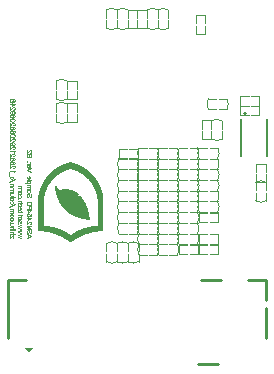
<source format=gbo>
G04*
G04 #@! TF.GenerationSoftware,Altium Limited,Altium Designer,21.2.1 (34)*
G04*
G04 Layer_Color=32896*
%FSLAX25Y25*%
%MOIN*%
G70*
G04*
G04 #@! TF.SameCoordinates,309C0993-0839-4B3B-9E80-2D82E5661E4B*
G04*
G04*
G04 #@! TF.FilePolarity,Positive*
G04*
G01*
G75*
%ADD10C,0.00402*%
%ADD11C,0.00787*%
%ADD15C,0.01000*%
%ADD16C,0.00400*%
%ADD17C,0.00600*%
%ADD91C,0.00025*%
%ADD92C,0.00300*%
G36*
X64430Y44145D02*
X62930Y45645D01*
X65930D01*
X64430Y44145D01*
D02*
G37*
D10*
X124244Y128672D02*
G03*
X124250Y125120I2802J-1772D01*
G01*
X130350D02*
G03*
X130356Y128672I-2797J1780D01*
G01*
X97372Y158302D02*
G03*
X93820Y158297I-1772J-2802D01*
G01*
Y152197D02*
G03*
X97372Y152191I1780J2797D01*
G01*
X90228D02*
G03*
X93780Y152197I1772J2802D01*
G01*
Y158297D02*
G03*
X90228Y158302I-1780J-2797D01*
G01*
X110872D02*
G03*
X107320Y158297I-1772J-2802D01*
G01*
Y152197D02*
G03*
X110872Y152191I1780J2797D01*
G01*
X103728D02*
G03*
X107280Y152197I1772J2802D01*
G01*
Y158297D02*
G03*
X103728Y158302I-1780J-2797D01*
G01*
X100960Y80482D02*
G03*
X97408Y80488I-1780J-2797D01*
G01*
Y74377D02*
G03*
X100960Y74382I1772J2802D01*
G01*
X93844Y74377D02*
G03*
X97396Y74382I1772J2802D01*
G01*
Y80482D02*
G03*
X93844Y80488I-1780J-2797D01*
G01*
X93816Y80474D02*
G03*
X90264Y80480I-1780J-2797D01*
G01*
Y74369D02*
G03*
X93816Y74374I1772J2802D01*
G01*
X77060Y134639D02*
G03*
X73508Y134644I-1780J-2797D01*
G01*
Y128533D02*
G03*
X77060Y128539I1772J2802D01*
G01*
X77062Y127010D02*
G03*
X73510Y127016I-1780J-2797D01*
G01*
Y120905D02*
G03*
X77062Y120910I1772J2802D01*
G01*
X121167Y94433D02*
G03*
X121173Y90881I2802J-1772D01*
G01*
X127273D02*
G03*
X127278Y94433I-2797J1780D01*
G01*
X143552Y100797D02*
G03*
X140000Y100803I-1780J-2797D01*
G01*
Y94692D02*
G03*
X143552Y94698I1772J2802D01*
G01*
X121167Y98000D02*
G03*
X121173Y94448I2802J-1772D01*
G01*
X127273D02*
G03*
X127278Y98000I-2797J1780D01*
G01*
X127273Y98015D02*
G03*
X127278Y101567I-2797J1780D01*
G01*
X121167D02*
G03*
X121173Y98015I2802J-1772D01*
G01*
X121167Y105134D02*
G03*
X121173Y101582I2802J-1772D01*
G01*
X127273D02*
G03*
X127278Y105134I-2797J1780D01*
G01*
X114474Y98000D02*
G03*
X114480Y94448I2802J-1772D01*
G01*
X120580D02*
G03*
X120586Y98000I-2797J1780D01*
G01*
X120580Y98015D02*
G03*
X120586Y101567I-2797J1780D01*
G01*
X114474D02*
G03*
X114480Y98015I2802J-1772D01*
G01*
X114474Y105134D02*
G03*
X114480Y101582I2802J-1772D01*
G01*
X120580D02*
G03*
X120586Y105134I-2797J1780D01*
G01*
X113887Y90881D02*
G03*
X113893Y94433I-2797J1780D01*
G01*
X107782D02*
G03*
X107787Y90881I2802J-1772D01*
G01*
X120586Y90890D02*
G03*
X120580Y94442I-2802J1772D01*
G01*
X114480D02*
G03*
X114475Y90890I2797J-1780D01*
G01*
X113887Y94448D02*
G03*
X113893Y98000I-2797J1780D01*
G01*
X107782D02*
G03*
X107787Y94448I2802J-1772D01*
G01*
X127273Y105149D02*
G03*
X127278Y108701I-2797J1780D01*
G01*
X121167D02*
G03*
X121173Y105149I2802J-1772D01*
G01*
X120580D02*
G03*
X120586Y108701I-2797J1780D01*
G01*
X114474D02*
G03*
X114480Y105149I2802J-1772D01*
G01*
X127273Y108716D02*
G03*
X127278Y112268I-2797J1780D01*
G01*
X121167D02*
G03*
X121173Y108716I2802J-1772D01*
G01*
X114474Y112268D02*
G03*
X114480Y108716I2802J-1772D01*
G01*
X120580D02*
G03*
X120586Y112268I-2797J1780D01*
G01*
X128766Y121342D02*
G03*
X125214Y121336I-1772J-2802D01*
G01*
Y115236D02*
G03*
X128766Y115231I1780J2797D01*
G01*
X100507Y105158D02*
G03*
X100501Y108710I-2802J1772D01*
G01*
X94401D02*
G03*
X94396Y105158I2797J-1780D01*
G01*
X94401Y105143D02*
G03*
X94396Y101591I2797J-1780D01*
G01*
X100507D02*
G03*
X100501Y105143I-2802J1772D01*
G01*
X101094D02*
G03*
X101089Y101591I2797J-1780D01*
G01*
X107200D02*
G03*
X107194Y105143I-2802J1772D01*
G01*
X107200Y105158D02*
G03*
X107194Y108710I-2802J1772D01*
G01*
X101094D02*
G03*
X101089Y105158I2797J-1780D01*
G01*
X107200Y94457D02*
G03*
X107194Y98009I-2802J1772D01*
G01*
X101094D02*
G03*
X101089Y94457I2797J-1780D01*
G01*
X101094Y94442D02*
G03*
X101089Y90890I2797J-1780D01*
G01*
X107200D02*
G03*
X107194Y94442I-2802J1772D01*
G01*
X101094Y101576D02*
G03*
X101089Y98024I2797J-1780D01*
G01*
X107200D02*
G03*
X107194Y101576I-2802J1772D01*
G01*
X113887Y98015D02*
G03*
X113893Y101567I-2797J1780D01*
G01*
X107782D02*
G03*
X107787Y98015I2802J-1772D01*
G01*
X101094Y112277D02*
G03*
X101089Y108725I2797J-1780D01*
G01*
X107200D02*
G03*
X107194Y112277I-2802J1772D01*
G01*
X113887Y101582D02*
G03*
X113893Y105134I-2797J1780D01*
G01*
X107782D02*
G03*
X107787Y101582I2802J-1772D01*
G01*
X107782Y112268D02*
G03*
X107787Y108716I2802J-1772D01*
G01*
X113887D02*
G03*
X113893Y112268I-2797J1780D01*
G01*
X94401Y101576D02*
G03*
X94396Y98024I2797J-1780D01*
G01*
X100507D02*
G03*
X100501Y101576I-2802J1772D01*
G01*
X113887Y105149D02*
G03*
X113893Y108701I-2797J1780D01*
G01*
X107782D02*
G03*
X107787Y105149I2802J-1772D01*
G01*
X94401Y94442D02*
G03*
X94396Y90890I2797J-1780D01*
G01*
X100507Y90890D02*
G03*
X100501Y94442I-2802J1772D01*
G01*
X100507Y94457D02*
G03*
X100501Y98009I-2802J1772D01*
G01*
X94401D02*
G03*
X94396Y94457I2797J-1780D01*
G01*
X113893Y83756D02*
G03*
X113887Y87308I-2802J1772D01*
G01*
X107787D02*
G03*
X107782Y83756I2797J-1780D01*
G01*
X107787Y83741D02*
G03*
X107782Y80189I2797J-1780D01*
G01*
X113893D02*
G03*
X113887Y83741I-2802J1772D01*
G01*
X100507Y83756D02*
G03*
X100501Y87308I-2802J1772D01*
G01*
X94401D02*
G03*
X94396Y83756I2797J-1780D01*
G01*
X107200D02*
G03*
X107194Y87308I-2802J1772D01*
G01*
X101094D02*
G03*
X101089Y83756I2797J-1780D01*
G01*
X107200Y80189D02*
G03*
X107194Y83741I-2802J1772D01*
G01*
X101094D02*
G03*
X101089Y80189I2797J-1780D01*
G01*
X107787Y80174D02*
G03*
X107782Y76622I2797J-1780D01*
G01*
X113893D02*
G03*
X113887Y80174I-2802J1772D01*
G01*
X107200Y76622D02*
G03*
X107194Y80174I-2802J1772D01*
G01*
X101094D02*
G03*
X101089Y76622I2797J-1780D01*
G01*
X114474Y90867D02*
G03*
X114480Y87314I2802J-1772D01*
G01*
X120580D02*
G03*
X120586Y90867I-2797J1780D01*
G01*
X107787Y90875D02*
G03*
X107782Y87323I2797J-1780D01*
G01*
X113893Y87323D02*
G03*
X113887Y90875I-2802J1772D01*
G01*
X107200Y87323D02*
G03*
X107194Y90875I-2802J1772D01*
G01*
X101094D02*
G03*
X101089Y87323I2797J-1780D01*
G01*
X120580Y83748D02*
G03*
X120586Y87300I-2797J1780D01*
G01*
X114474D02*
G03*
X114480Y83748I2802J-1772D01*
G01*
X100507Y87323D02*
G03*
X100501Y90875I-2802J1772D01*
G01*
X94401D02*
G03*
X94396Y87323I2797J-1780D01*
G01*
X114474Y83733D02*
G03*
X114480Y80181I2802J-1772D01*
G01*
X120580D02*
G03*
X120586Y83733I-2797J1780D01*
G01*
X124242Y125115D02*
X126906D01*
X124242Y128685D02*
X126906D01*
X127694D02*
X130358D01*
X127694Y125115D02*
X130358D01*
X93815Y155641D02*
Y158304D01*
X97385Y155641D02*
Y158304D01*
Y152189D02*
Y154853D01*
X93815Y152189D02*
Y154853D01*
X93785Y152189D02*
Y154853D01*
X90215Y152189D02*
Y154853D01*
Y155641D02*
Y158304D01*
X93785Y155641D02*
Y158304D01*
X107315Y155641D02*
Y158304D01*
X110885Y155641D02*
Y158304D01*
Y152189D02*
Y154853D01*
X107315Y152189D02*
Y154853D01*
X107285Y152189D02*
Y154853D01*
X103715Y152189D02*
Y154853D01*
Y155641D02*
Y158304D01*
X107285Y155641D02*
Y158304D01*
X100964Y77826D02*
Y80490D01*
X97394Y77826D02*
Y80490D01*
Y74375D02*
Y77038D01*
X100964Y74375D02*
Y77038D01*
X97400Y74375D02*
Y77038D01*
X93830Y74375D02*
Y77038D01*
Y77826D02*
Y80490D01*
X97400Y77826D02*
Y80490D01*
X93821Y77818D02*
Y80482D01*
X90251Y77818D02*
Y80482D01*
Y74367D02*
Y77031D01*
X93821Y74367D02*
Y77031D01*
X77065Y131983D02*
Y134647D01*
X73494Y131983D02*
Y134647D01*
Y128532D02*
Y131195D01*
X77065Y128532D02*
Y131195D01*
X77067Y124354D02*
Y127018D01*
X73496Y124354D02*
Y127018D01*
Y120903D02*
Y123566D01*
X77067Y120903D02*
Y123566D01*
X121165Y90877D02*
X123829D01*
X121165Y94447D02*
X123829D01*
X124617D02*
X127280D01*
X124617Y90877D02*
X127280D01*
X143557Y98141D02*
Y100805D01*
X139986Y98141D02*
Y100805D01*
Y94690D02*
Y97354D01*
X143557Y94690D02*
Y97354D01*
X121165Y94444D02*
X123829D01*
X121165Y98014D02*
X123829D01*
X124617D02*
X127280D01*
X124617Y94444D02*
X127280D01*
X124617Y98010D02*
X127280D01*
X124617Y101581D02*
X127280D01*
X121165D02*
X123829D01*
X121165Y98010D02*
X123829D01*
X121165Y101577D02*
X123829D01*
X121165Y105148D02*
X123829D01*
X124617D02*
X127280D01*
X124617Y101577D02*
X127280D01*
X114472Y94444D02*
X117136D01*
X114472Y98014D02*
X117136D01*
X117924D02*
X120588D01*
X117924Y94444D02*
X120588D01*
X117924Y98010D02*
X120588D01*
X117924Y101581D02*
X120588D01*
X114472D02*
X117136D01*
X114472Y98010D02*
X117136Y98010D01*
X114472Y101577D02*
X117136D01*
X114472Y105148D02*
X117136D01*
X117924D02*
X120588D01*
X117924Y101577D02*
X120588D01*
X111231Y90877D02*
X113895Y90877D01*
X111231Y94447D02*
X113895D01*
X107780D02*
X110443D01*
X107780Y90877D02*
X110443D01*
X117924Y94447D02*
X120588D01*
X117924Y90877D02*
X120588D01*
X114472D02*
X117136D01*
X114472Y94447D02*
X117136D01*
X111231Y94444D02*
X113895D01*
X111231Y98014D02*
X113895D01*
X107780D02*
X110443D01*
X107780Y94444D02*
X110443D01*
X124617Y105144D02*
X127280D01*
X124617Y108715D02*
X127280D01*
X121165D02*
X123829D01*
X121165Y105144D02*
X123829D01*
X117924D02*
X120588D01*
X117924Y108715D02*
X120588D01*
X114472D02*
X117136D01*
X114472Y105144D02*
X117136D01*
X124617Y108711D02*
X127280D01*
X124617Y112282D02*
X127280D01*
X121165D02*
X123829D01*
X121165Y108711D02*
X123829D01*
X114472D02*
X117136D01*
X114472Y112282D02*
X117136D01*
X117924D02*
X120588D01*
X117924Y108711D02*
X120588D01*
X125209Y118680D02*
Y121344D01*
X128779Y118680D02*
Y121344D01*
Y115228D02*
Y117892D01*
X125209Y115228D02*
Y117892D01*
X97845Y108715D02*
X100509D01*
X97845Y105144D02*
X100509D01*
X94394D02*
X97058D01*
X94394Y108715D02*
X97058D01*
X94394Y105148D02*
X97058D01*
X94394Y101577D02*
X97058D01*
X97845D02*
X100509D01*
X97845Y105148D02*
X100509D01*
X101087D02*
X103751D01*
X101087Y101577D02*
X103751D01*
X104538D02*
X107202D01*
X104538Y105148D02*
X107202D01*
X104538Y108715D02*
X107202D01*
X104538Y105144D02*
X107202D01*
X101087D02*
X103751D01*
X101087Y108715D02*
X103751D01*
X104538Y98014D02*
X107202D01*
X104538Y94444D02*
X107202D01*
X101087D02*
X103751D01*
X101087Y98014D02*
X103751D01*
X101087Y94447D02*
X103751D01*
X101087Y90877D02*
X103751Y90877D01*
X104538D02*
X107202D01*
X104538Y94447D02*
X107202D01*
X101087Y101581D02*
X103751D01*
X101087Y98010D02*
X103751D01*
X104538D02*
X107202D01*
X104538Y101581D02*
X107202D01*
X111231Y98010D02*
X113895D01*
X111231Y101581D02*
X113895D01*
X107780D02*
X110443D01*
X107780Y98010D02*
X110443D01*
X101087Y112282D02*
X103751D01*
X101087Y108711D02*
X103751D01*
X104538D02*
X107202D01*
X104538Y112282D02*
X107202D01*
X111231Y101577D02*
X113895D01*
X111231Y105148D02*
X113895D01*
X107780D02*
X110443D01*
X107780Y101577D02*
X110443D01*
X107780Y108711D02*
X110443D01*
X107780Y112282D02*
X110443D01*
X111231D02*
X113895D01*
X111231Y108711D02*
X113895D01*
X94394Y101581D02*
X97058D01*
X94394Y98010D02*
X97058D01*
X97845D02*
X100509D01*
X97845Y101581D02*
X100509D01*
X111231Y105144D02*
X113895D01*
X111231Y108715D02*
X113895D01*
X107780D02*
X110443D01*
X107780Y105144D02*
X110443D01*
X94394Y94447D02*
X97058Y94447D01*
X94394Y90877D02*
X97058D01*
X97845D02*
X100509D01*
X97845Y94447D02*
X100509D01*
X97845Y98014D02*
X100509D01*
X97845Y94444D02*
X100509D01*
X94394D02*
X97058D01*
X94394Y98014D02*
X97058D01*
X111231Y87313D02*
X113895D01*
X111231Y83743D02*
X113895D01*
X107780D02*
X110443D01*
X107780Y87313D02*
X110443D01*
X107780Y83746D02*
X110443D01*
X107780Y80176D02*
X110443D01*
X111231D02*
X113895D01*
X111231Y83746D02*
X113895D01*
X97845Y87313D02*
X100509D01*
X97845Y83743D02*
X100509D01*
X94394D02*
X97058D01*
X94394Y87313D02*
X97058D01*
X104538D02*
X107202D01*
X104538Y83743D02*
X107202D01*
X101087D02*
X103751D01*
X101087Y87313D02*
X103751D01*
X104538Y83746D02*
X107202D01*
X104538Y80176D02*
X107202D01*
X101087D02*
X103751D01*
X101087Y83746D02*
X103751D01*
X107780Y80179D02*
X110443D01*
X107780Y76609D02*
X110443D01*
X111231D02*
X113895D01*
X111231Y80179D02*
X113895D01*
X104538Y80179D02*
X107202D01*
X104538Y76609D02*
X107202D01*
X101087D02*
X103751D01*
X101087Y80179D02*
X103751D01*
X114472Y87310D02*
X117136D01*
X114472Y90880D02*
X117136D01*
X117924D02*
X120588D01*
X117924Y87310D02*
X120588D01*
X107780Y90880D02*
X110443D01*
X107780Y87310D02*
X110443Y87310D01*
X111231D02*
X113895D01*
X111231Y90880D02*
X113895D01*
X104538Y90880D02*
X107202D01*
X104538Y87310D02*
X107202D01*
X101087D02*
X103751D01*
X101087Y90880D02*
X103751D01*
X117924Y83743D02*
X120588D01*
X117924Y87313D02*
X120588D01*
X114472D02*
X117136D01*
X114472Y83743D02*
X117136D01*
X97845Y90880D02*
X100509D01*
X97845Y87310D02*
X100509D01*
X94394D02*
X97058D01*
X94394Y90880D02*
X97058D01*
X114472Y80176D02*
X117136D01*
X114472Y83746D02*
X117136D01*
X117924D02*
X120588D01*
X117924Y80176D02*
X120588D01*
D11*
X136825Y123731D02*
G03*
X136825Y123731I-394J0D01*
G01*
D15*
X120632Y40395D02*
X127473D01*
X121616Y68395D02*
X128457D01*
X57430D02*
X63496D01*
X57430Y48907D02*
Y68395D01*
X143430Y61734D02*
Y68395D01*
X137364D02*
X143430D01*
Y48907D02*
Y58865D01*
D16*
X138407Y126380D02*
X141163D01*
Y129530D01*
X138407D02*
X141163D01*
X134864D02*
X137620D01*
X134864Y126380D02*
X137620D01*
X134864D02*
Y129530D01*
X119932Y156533D02*
X123082D01*
X119932Y153777D02*
Y156533D01*
X123082Y153777D02*
Y156533D01*
Y150234D02*
Y152990D01*
X119932Y150234D02*
X123082D01*
X119932D02*
Y152990D01*
X103700Y155641D02*
Y158396D01*
X100550D02*
X103700D01*
X100550Y155641D02*
Y158396D01*
Y152097D02*
Y154853D01*
X103700Y152097D02*
Y154853D01*
X100550Y152097D02*
X103700D01*
X97351D02*
X100500D01*
Y154853D01*
X97351Y152097D02*
Y154853D01*
Y155641D02*
Y158396D01*
X100500D01*
Y155641D02*
Y158396D01*
X77107Y120810D02*
Y123566D01*
Y120810D02*
X80256Y120810D01*
Y123566D01*
Y124354D02*
Y127110D01*
X77107Y124354D02*
Y127110D01*
X80256Y127110D01*
X80254Y131983D02*
Y134739D01*
X77105D02*
X80254D01*
X77105Y131983D02*
Y134739D01*
Y128439D02*
Y131195D01*
X80254Y128439D02*
Y131195D01*
X77105Y128439D02*
X80254D01*
X140181Y107082D02*
X143330D01*
X140181Y104326D02*
Y107082D01*
X143330Y104326D02*
Y107082D01*
Y100783D02*
Y103539D01*
X140181Y100783D02*
X143330D01*
X140181D02*
Y103539D01*
X122025Y121450D02*
X125175D01*
X122025Y118694D02*
Y121450D01*
X125175Y118694D02*
Y121450D01*
Y115150D02*
Y117906D01*
X122025Y115150D02*
X125175D01*
X122025D02*
Y117906D01*
X100601Y108922D02*
Y112071D01*
X97845D02*
X100601D01*
X97845Y108922D02*
X100601D01*
X94302D02*
X97058D01*
X94302D02*
Y112071D01*
X97058Y112071D01*
X121073Y90670D02*
X123829D01*
X121073Y87520D02*
Y90670D01*
Y87520D02*
X123829D01*
X124617D02*
X127373D01*
X124617Y90670D02*
X127373D01*
Y87520D02*
Y90670D01*
X121073Y83536D02*
X123829D01*
X121073Y80386D02*
Y83536D01*
Y80386D02*
X123829D01*
X124617D02*
X127373D01*
X124617Y83536D02*
X127373D01*
Y80386D02*
Y83536D01*
X114380Y79969D02*
X117136D01*
X114380Y76819D02*
Y79969D01*
Y76819D02*
X117136D01*
X117924D02*
X120680D01*
X117924Y79969D02*
X120680D01*
Y76819D02*
Y79969D01*
X121073Y76819D02*
Y79969D01*
Y76819D02*
X123829D01*
X121073Y79969D02*
X123829D01*
X124617D02*
X127373D01*
Y76819D02*
Y79969D01*
X124617Y76819D02*
X127373D01*
X134850Y126375D02*
X137606D01*
X134850Y123225D02*
Y126375D01*
Y123225D02*
X137606D01*
X138394D02*
X141150D01*
X138394Y126375D02*
X141150D01*
Y123225D02*
Y126375D01*
D17*
X135195Y109525D02*
Y121936D01*
X143669Y109525D02*
Y121936D01*
D91*
X85995Y99530D02*
X87784D01*
X85995Y99504D02*
X87784D01*
X85995Y99479D02*
X87784D01*
X86046Y99454D02*
X87834D01*
X86046Y99429D02*
X87834D01*
X86046Y99404D02*
X87834D01*
X86046Y99378D02*
X87834D01*
X86071Y99353D02*
X87885D01*
X86071Y99328D02*
X87885D01*
X86146Y99278D02*
X87885D01*
X86146Y99252D02*
X87885D01*
X86071Y99303D02*
X87885D01*
X86146Y99227D02*
X87935D01*
X73070Y99530D02*
X73222D01*
X73070Y99504D02*
X73222D01*
X73070Y99479D02*
X73247D01*
X73070Y99454D02*
X73272D01*
X73070Y99429D02*
X73272D01*
X73070Y99404D02*
X73297D01*
X73070Y99378D02*
X73322D01*
X73096Y99353D02*
X73348D01*
X73096Y99328D02*
X73348D01*
X73096Y99278D02*
X73398D01*
X73096Y99252D02*
X73423D01*
X73096Y99303D02*
X73373D01*
X73096Y99227D02*
X73423D01*
X85894Y99706D02*
X87759D01*
X85894Y99681D02*
X87759D01*
X85945Y99656D02*
X87759D01*
X85945Y99605D02*
X87759D01*
X85945Y99580D02*
X87759D01*
X85995Y99555D02*
X87784D01*
X85945Y99630D02*
X87759D01*
X73045Y99706D02*
X73096D01*
X73045Y99681D02*
X73096D01*
X73045Y99656D02*
X73121D01*
X73070Y99605D02*
X73146D01*
X73070Y99580D02*
X73171D01*
X73070Y99555D02*
X73196D01*
X73045Y99630D02*
X73146D01*
X75414Y97640D02*
X79646D01*
X75439Y97615D02*
X79671D01*
X75464Y97590D02*
X79722D01*
X75489Y97564D02*
X79747D01*
X75514Y97539D02*
X79797D01*
X75539Y97514D02*
X79823D01*
X75565Y97489D02*
X79873D01*
X75590Y97464D02*
X79898D01*
X75615Y97438D02*
X79949D01*
X75665Y97388D02*
X79999D01*
X75691Y97363D02*
X80049D01*
X75640Y97413D02*
X79974D01*
X75716Y97338D02*
X80075D01*
X86801Y97564D02*
X88515D01*
X86827Y97539D02*
X88515D01*
X86827Y97514D02*
X88515D01*
X86827Y97489D02*
X88515D01*
X86827Y97464D02*
X88515D01*
X86827Y97438D02*
X88515D01*
X86827Y97413D02*
X88515D01*
X86902Y97388D02*
X88540D01*
X86902Y97363D02*
X88540D01*
X86902Y97312D02*
X88540D01*
X86902Y97287D02*
X88540D01*
X86902Y97338D02*
X88540D01*
X86902Y97262D02*
X88540D01*
X73423Y97564D02*
X74834D01*
X73423Y97539D02*
X74859D01*
X73423Y97514D02*
X74884D01*
X73423Y97489D02*
X74910D01*
X73448Y97464D02*
X74935D01*
X73448Y97438D02*
X74960D01*
X73448Y97413D02*
X74985D01*
X73448Y97388D02*
X75010D01*
X73474Y97363D02*
X75036D01*
X73474Y97312D02*
X75086D01*
X73474Y97287D02*
X75111D01*
X73474Y97338D02*
X75061D01*
X73499Y97262D02*
X75136D01*
X75741Y97312D02*
X80100D01*
X75766Y97287D02*
X80150D01*
X75791Y97262D02*
X80175D01*
X75817Y97237D02*
X80226D01*
X75842Y97212D02*
X80251D01*
X75867Y97186D02*
X80276D01*
X75892Y97161D02*
X80301D01*
X75917Y97136D02*
X80326D01*
X75943Y97111D02*
X80377D01*
X75993Y97061D02*
X80427D01*
X76018Y97035D02*
X80452D01*
X75968Y97086D02*
X80402D01*
X76043Y97010D02*
X80503D01*
X86902Y97237D02*
X88540D01*
X86902Y97212D02*
X88540D01*
X86927Y97186D02*
X88590D01*
X86927Y97161D02*
X88590D01*
X86927Y97136D02*
X88590D01*
X86927Y97111D02*
X88590D01*
X86927Y97086D02*
X88590D01*
X86927Y97061D02*
X88590D01*
X86927Y97035D02*
X88590D01*
X87003Y96985D02*
X88590D01*
X87003Y96960D02*
X88641D01*
X87003Y97010D02*
X88590D01*
X87003Y96934D02*
X88641D01*
X73499Y97237D02*
X75162D01*
X73499Y97212D02*
X75187D01*
X73499Y97186D02*
X75212D01*
X73524Y97161D02*
X75237D01*
X73524Y97136D02*
X75262D01*
X73524Y97111D02*
X75288D01*
X73549Y97086D02*
X75313D01*
X73549Y97061D02*
X75338D01*
X73549Y97035D02*
X75363D01*
X73574Y96985D02*
X75414D01*
X73574Y96960D02*
X75439D01*
X73549Y97010D02*
X75388D01*
X73574Y96934D02*
X75464D01*
X76069Y96985D02*
X80528D01*
X76094Y96960D02*
X80553D01*
X76119Y96934D02*
X80578D01*
X76144Y96909D02*
X80604D01*
X73599D02*
X75489D01*
X76169Y96884D02*
X80629D01*
X73599D02*
X75514D01*
X76195Y96859D02*
X80654D01*
X73599D02*
X75539D01*
X76220Y96834D02*
X80679D01*
X73625Y96809D02*
X75615D01*
X73599Y96834D02*
X75590D01*
X73625Y96783D02*
X75640D01*
X87003Y96909D02*
X88641D01*
X87028Y96884D02*
X88641D01*
X87028Y96859D02*
X88641D01*
X87028Y96834D02*
X88641D01*
X87028Y96809D02*
X88641D01*
X87028Y96783D02*
X88691D01*
X87028Y96758D02*
X88691D01*
X87028Y96733D02*
X88691D01*
X87028Y96708D02*
X88691D01*
X87028Y96657D02*
X88691D01*
X87079Y96632D02*
X88691D01*
X87028Y96683D02*
X88691D01*
X87079Y96607D02*
X88691D01*
X76245Y96809D02*
X80704D01*
X76270Y96783D02*
X79344D01*
X76295Y96758D02*
X79394D01*
X73625D02*
X75665D01*
X76320Y96733D02*
X79470D01*
X73650D02*
X75691D01*
X76346Y96708D02*
X79545D01*
X73650D02*
X75716D01*
X76371Y96683D02*
X79596D01*
X76396Y96657D02*
X79671D01*
X73675D02*
X75766D01*
X73650Y96683D02*
X75741D01*
X73675Y96632D02*
X75791D01*
X87079Y96582D02*
X88691D01*
X87079Y96557D02*
X88691D01*
X87079Y96531D02*
X88691D01*
X87079Y96506D02*
X88716D01*
X87079Y96481D02*
X88716D01*
X87079Y96456D02*
X88716D01*
X87129Y96431D02*
X88716D01*
X87129Y96405D02*
X88716D01*
X87129Y96380D02*
X88716D01*
X87129Y96330D02*
X88716D01*
X87129Y96305D02*
X88716D01*
X87129Y96355D02*
X88716D01*
X87129Y96280D02*
X88716D01*
X76421Y96632D02*
X79747D01*
X76446Y96607D02*
X79823D01*
X73675D02*
X75817D01*
X76472Y96582D02*
X79873D01*
X73700D02*
X75842D01*
X76497Y96557D02*
X79949D01*
X73700D02*
X75892D01*
X76522Y96531D02*
X80024D01*
X73700D02*
X75917D01*
X76547Y96506D02*
X80100D01*
X73725Y96481D02*
X75968D01*
X73725Y96506D02*
X75943D01*
X73725Y96456D02*
X75993D01*
X76573Y96481D02*
X80175D01*
X76598Y96456D02*
X80251D01*
X76623Y96431D02*
X80352D01*
X73751D02*
X76018D01*
X76648Y96405D02*
X80427D01*
X73751D02*
X76043D01*
X76648Y96380D02*
X80503D01*
X73751D02*
X76094D01*
X76673Y96355D02*
X80578D01*
X76698Y96330D02*
X80679D01*
X73776D02*
X76144D01*
X73751Y96355D02*
X76119D01*
X73776Y96305D02*
X76169D01*
X76724D02*
X80755D01*
X76749Y96280D02*
X80856D01*
X73801D02*
X76195D01*
X76774Y96254D02*
X80931D01*
X73801D02*
X76220D01*
X76799Y96229D02*
X81032D01*
X73801D02*
X76270D01*
X76824Y96204D02*
X81133D01*
X73826D02*
X76295D01*
X76850Y96179D02*
X81208D01*
X73826Y96153D02*
X76346D01*
X73826Y96179D02*
X76320D01*
X73852Y96128D02*
X76371D01*
X67628Y96809D02*
X69266D01*
X67628Y96783D02*
X69266D01*
X67628Y96758D02*
X69266D01*
X67628Y96733D02*
X69266D01*
X67628Y96708D02*
X69241D01*
X67628Y96683D02*
X69241D01*
X67628Y96657D02*
X69241D01*
X67628Y96632D02*
X69241D01*
X67628Y96607D02*
X69241D01*
X67553Y96557D02*
X69241D01*
X67553Y96531D02*
X69165D01*
X67553Y96582D02*
X69241D01*
X67553Y96506D02*
X69165D01*
X67553Y96481D02*
X69165D01*
X67553Y96456D02*
X69165D01*
X67553Y96431D02*
X69165D01*
X67553Y96405D02*
X69165D01*
X67553Y96380D02*
X69165D01*
X67553Y96355D02*
X69165D01*
X67528Y96330D02*
X69165D01*
X67528Y96305D02*
X69140D01*
X67528Y96280D02*
X69140D01*
X67528Y96229D02*
X69140D01*
X67528Y96204D02*
X69140D01*
X67528Y96254D02*
X69140D01*
X67528Y96179D02*
X69140D01*
X67528Y96153D02*
X69140D01*
X67528Y96128D02*
X69140D01*
X67528Y96103D02*
X69140D01*
X67528Y96078D02*
X69140D01*
X67477Y96053D02*
X69140D01*
X67477Y96027D02*
X69064D01*
X67477Y96002D02*
X69064D01*
X67477Y95977D02*
X69064D01*
X67477Y95952D02*
X69064D01*
X67477Y95902D02*
X69064D01*
X67477Y95876D02*
X69064D01*
X67477Y95927D02*
X69064D01*
X67477Y95851D02*
X69064D01*
X67477Y95826D02*
X69064D01*
X67477Y95801D02*
X69064D01*
X67477Y95776D02*
X69064D01*
X67427Y95750D02*
X69039D01*
X67427Y95725D02*
X69039D01*
X67427Y95700D02*
X69039D01*
X67427Y95675D02*
X69039D01*
X67427Y95650D02*
X69039D01*
X67427Y95624D02*
X69039D01*
X67427Y95574D02*
X69039D01*
X67427Y95549D02*
X69039D01*
X67427Y95599D02*
X69039D01*
X67427Y95524D02*
X69039D01*
X67427Y95499D02*
X69039D01*
X67427Y95473D02*
X69039D01*
X67427Y95448D02*
X69039D01*
X67427Y95423D02*
X69039D01*
X67427Y95398D02*
X68989D01*
X67427Y95372D02*
X68989D01*
X67427Y95347D02*
X68989D01*
X67427Y95322D02*
X68989D01*
X67377Y95297D02*
X68989D01*
X67377Y95246D02*
X68989D01*
X67377Y95221D02*
X68989D01*
X67377Y95272D02*
X68989D01*
X67377Y95196D02*
X68989D01*
X67377Y95171D02*
X68989D01*
X67377Y95146D02*
X68989D01*
X67377Y95121D02*
X68989D01*
X67377Y95095D02*
X68989D01*
X67377Y95070D02*
X68989D01*
X67377Y95045D02*
X68989D01*
X67377Y95020D02*
X68989D01*
X67377Y94995D02*
X68989D01*
X67377Y94969D02*
X68989D01*
X67377Y94919D02*
X68938D01*
X67377Y94894D02*
X68938D01*
X67377Y94944D02*
X68989D01*
X67377Y94869D02*
X68938D01*
X67377Y94843D02*
X68938D01*
X67377Y94818D02*
X68938D01*
X67377Y94793D02*
X68938D01*
X67377Y94768D02*
X68938D01*
X67377Y94743D02*
X68938D01*
X67377Y94717D02*
X68938D01*
X67377Y94692D02*
X68938D01*
X67377Y94667D02*
X68938D01*
X67351Y94642D02*
X68938D01*
X67351Y94591D02*
X68938D01*
X67351Y94566D02*
X68938D01*
X67351Y94617D02*
X68938D01*
X67351Y94541D02*
X68938D01*
X67351Y94516D02*
X68938D01*
X67351Y94491D02*
X68938D01*
X67351Y94466D02*
X68938D01*
X67351Y94440D02*
X68938D01*
X67351Y94415D02*
X68938D01*
X67351Y94390D02*
X68938D01*
X67351Y94365D02*
X68938D01*
X67351Y94340D02*
X68938D01*
X67351Y94314D02*
X68938D01*
X67351Y94264D02*
X68938D01*
X67351Y94239D02*
X68938D01*
X67351Y94289D02*
X68938D01*
X67351Y94213D02*
X68938D01*
X67351Y94188D02*
X68938D01*
X67351Y94163D02*
X68938D01*
X67351Y94138D02*
X68938D01*
X67351Y94113D02*
X68938D01*
X67351Y94088D02*
X68938D01*
X67351Y94062D02*
X68938D01*
X67351Y94037D02*
X68938D01*
X67351Y94012D02*
X68938D01*
X67351Y93987D02*
X68938D01*
X67351Y93936D02*
X68938D01*
X67351Y93911D02*
X68938D01*
X67351Y93962D02*
X68938D01*
X67351Y93886D02*
X68938D01*
X67351Y93861D02*
X68938D01*
X67351Y93836D02*
X68938D01*
X67351Y93810D02*
X68938D01*
X67351Y93785D02*
X68938D01*
X67351Y93760D02*
X68938D01*
X67351Y93735D02*
X68938D01*
X67351Y93710D02*
X68938D01*
X67351Y93685D02*
X68938D01*
X67351Y93659D02*
X68938D01*
X67351Y93609D02*
X68938D01*
X67351Y93584D02*
X68938D01*
X67351Y93634D02*
X68938D01*
X67351Y93559D02*
X68938D01*
X67351Y93533D02*
X68938D01*
X67351Y93508D02*
X68938D01*
X67351Y93483D02*
X68938D01*
X67351Y93458D02*
X68938D01*
X67351Y93432D02*
X68938D01*
X67351Y93407D02*
X68938D01*
X67351Y93382D02*
X68938D01*
X67351Y93357D02*
X68938D01*
X67351Y93332D02*
X68938D01*
X67351Y93281D02*
X68938D01*
X67351Y93256D02*
X68938D01*
X67351Y93306D02*
X68938D01*
X67351Y93231D02*
X68938D01*
X67351Y93206D02*
X68938D01*
X67351Y93181D02*
X68938D01*
X67351Y93155D02*
X68938D01*
X67351Y93130D02*
X68938D01*
X67351Y93105D02*
X68938D01*
X67351Y93080D02*
X68938D01*
X67351Y93055D02*
X68938D01*
X67351Y93029D02*
X68938D01*
X67351Y93004D02*
X68938D01*
X67351Y92954D02*
X68938D01*
X67351Y92929D02*
X68938D01*
X67351Y92979D02*
X68938D01*
X67351Y92903D02*
X68938D01*
X67351Y92878D02*
X68938D01*
X67351Y92853D02*
X68938D01*
X67351Y92828D02*
X68938D01*
X67351Y92803D02*
X68938D01*
X67351Y92777D02*
X68938D01*
X67351Y92752D02*
X68938D01*
X67351Y92727D02*
X68938D01*
X67351Y92702D02*
X68938D01*
X67351Y92677D02*
X68938D01*
X67351Y92626D02*
X68938D01*
X67351Y92601D02*
X68938D01*
X67351Y92651D02*
X68938D01*
X67351Y92576D02*
X68938D01*
X87129Y96254D02*
X88792D01*
X87129Y96229D02*
X88792D01*
X87179Y96204D02*
X88792D01*
X87179Y96179D02*
X88792D01*
X87179Y96153D02*
X88792D01*
X87179Y96128D02*
X88792D01*
X87179Y96103D02*
X88792D01*
X87179Y96078D02*
X88792D01*
X87179Y96053D02*
X88792D01*
X87179Y96002D02*
X88792D01*
X87179Y95977D02*
X88792D01*
X87179Y96027D02*
X88792D01*
X87179Y95952D02*
X88792D01*
X76875Y96153D02*
X81309D01*
X76900Y96128D02*
X81385D01*
X76925Y96103D02*
X81410D01*
X73852D02*
X76396D01*
X76950Y96078D02*
X81410D01*
X73852D02*
X76446D01*
X76976Y96053D02*
X81435D01*
X73877D02*
X76472D01*
X77001Y96027D02*
X81460D01*
X77026Y96002D02*
X81485D01*
X73877D02*
X76522D01*
X73877Y96027D02*
X76497D01*
X73902Y95977D02*
X76573D01*
X87205Y95927D02*
X88817D01*
X87205Y95902D02*
X88817D01*
X87205Y95876D02*
X88817D01*
X87205Y95851D02*
X88817D01*
X87205Y95826D02*
X88817D01*
X87205Y95801D02*
X88817D01*
X87205Y95776D02*
X88817D01*
X87205Y95750D02*
X88817D01*
X87205Y95725D02*
X88817D01*
X87205Y95675D02*
X88817D01*
X87205Y95650D02*
X88817D01*
X87205Y95700D02*
X88817D01*
X87205Y95624D02*
X88817D01*
X77051Y95977D02*
X81511D01*
X77076Y95952D02*
X81536D01*
X73902D02*
X76598D01*
X77102Y95927D02*
X81561D01*
X73927D02*
X76623D01*
X77127Y95902D02*
X81561D01*
X73927D02*
X76648D01*
X77152Y95876D02*
X81586D01*
X73927D02*
X76698D01*
X77177Y95851D02*
X81611D01*
X73952Y95826D02*
X76749D01*
X73952Y95851D02*
X76724D01*
X73952Y95801D02*
X76774D01*
X77202Y95826D02*
X81637D01*
X77227Y95801D02*
X81662D01*
X77253Y95776D02*
X81662D01*
X73977D02*
X76824D01*
X77278Y95750D02*
X81687D01*
X73977D02*
X76850D01*
X77303Y95725D02*
X81712D01*
X74003D02*
X76875D01*
X77328Y95700D02*
X81737D01*
X77354Y95675D02*
X81762D01*
X74003D02*
X76950D01*
X74003Y95700D02*
X76900D01*
X74028Y95650D02*
X76976D01*
X87205Y95599D02*
X88817D01*
X87280Y95574D02*
X88817D01*
X87280Y95549D02*
X88893D01*
X87280Y95524D02*
X88893D01*
X87280Y95499D02*
X88893D01*
X87280Y95473D02*
X88893D01*
X87280Y95448D02*
X88893D01*
X87280Y95423D02*
X88893D01*
X87280Y95398D02*
X88893D01*
X87280Y95347D02*
X88893D01*
X87280Y95322D02*
X88893D01*
X87280Y95372D02*
X88893D01*
X87280Y95297D02*
X88893D01*
X77379Y95650D02*
X81762D01*
X77404Y95624D02*
X81788D01*
X74028D02*
X77001D01*
X77429Y95599D02*
X81813D01*
X74053D02*
X77051D01*
X77454Y95574D02*
X81838D01*
X74053D02*
X77076D01*
X77479Y95549D02*
X81838D01*
X74053D02*
X77102D01*
X77505Y95524D02*
X81863D01*
X74078Y95499D02*
X77177D01*
X74078Y95524D02*
X77127D01*
X74103Y95473D02*
X77202D01*
X77530Y95499D02*
X81889D01*
X77555Y95473D02*
X81914D01*
X77555Y95448D02*
X81914D01*
X74103D02*
X77253D01*
X77580Y95423D02*
X81939D01*
X74103D02*
X77278D01*
X77605Y95398D02*
X81964D01*
X74129D02*
X77303D01*
X77631Y95372D02*
X81964D01*
X77656Y95347D02*
X81989D01*
X74154D02*
X77379D01*
X74129Y95372D02*
X77354D01*
X74154Y95322D02*
X77404D01*
X87280Y95272D02*
X88893D01*
X87280Y95246D02*
X88893D01*
X87280Y95221D02*
X88893D01*
X87305Y95196D02*
X88893D01*
X87305Y95171D02*
X88893D01*
X87305Y95146D02*
X88893D01*
X87305Y95121D02*
X88893D01*
X87305Y95095D02*
X88893D01*
X87305Y95070D02*
X88918D01*
X87305Y95020D02*
X88918D01*
X87305Y94995D02*
X88918D01*
X87305Y95045D02*
X88918D01*
X87305Y94969D02*
X88918D01*
X77681Y95322D02*
X82015D01*
X77706Y95297D02*
X82040D01*
X74179D02*
X77454D01*
X77731Y95272D02*
X82040D01*
X74179D02*
X77479D01*
X77757Y95246D02*
X82065D01*
X74179D02*
X77530D01*
X77782Y95221D02*
X82090D01*
X74204D02*
X77555D01*
X77807Y95196D02*
X82090D01*
X74229Y95171D02*
X77631D01*
X74204Y95196D02*
X77580D01*
X74229Y95146D02*
X77656D01*
X77832Y95171D02*
X82115D01*
X77857Y95146D02*
X82140D01*
X77883Y95121D02*
X82140D01*
X74255D02*
X77706D01*
X77908Y95095D02*
X82166D01*
X74255D02*
X77731D01*
X77933Y95070D02*
X82191D01*
X74280D02*
X77757D01*
X77958Y95045D02*
X82191D01*
X77983Y95020D02*
X82216D01*
X74280D02*
X77832D01*
X74280Y95045D02*
X77807D01*
X74305Y94995D02*
X77883D01*
X78009D02*
X82241D01*
X78034Y94969D02*
X82241D01*
X74305D02*
X77908D01*
X78059Y94944D02*
X82266D01*
X74330D02*
X77958D01*
X78084Y94919D02*
X82292D01*
X74330D02*
X77983D01*
X78109Y94894D02*
X82292D01*
X74355D02*
X78034D01*
X78135Y94869D02*
X82317D01*
X74381Y94843D02*
X78109D01*
X74355Y94869D02*
X78059D01*
X74381Y94818D02*
X78135D01*
X87305Y94944D02*
X88918D01*
X87305Y94919D02*
X88918D01*
X87305Y94894D02*
X88918D01*
X87305Y94869D02*
X88918D01*
X87305Y94843D02*
X88918D01*
X87305Y94818D02*
X88918D01*
X87305Y94793D02*
X88918D01*
X87305Y94768D02*
X88918D01*
X87305Y94743D02*
X88918D01*
X87305Y94692D02*
X88918D01*
X87305Y94667D02*
X88918D01*
X87305Y94717D02*
X88918D01*
X87381Y94642D02*
X88918D01*
X78160Y94843D02*
X82342D01*
X78160Y94818D02*
X82342D01*
X74406Y94793D02*
X82367D01*
X74406Y94768D02*
X82367D01*
X74431Y94743D02*
X82392D01*
X74431Y94717D02*
X82418D01*
X74456Y94692D02*
X82418D01*
X74456Y94667D02*
X82443D01*
X74481Y94642D02*
X82443D01*
X74506Y94591D02*
X82493D01*
X74506Y94566D02*
X82493D01*
X74481Y94617D02*
X82468D01*
X74532Y94541D02*
X82518D01*
X87381Y94617D02*
X88918D01*
X87381Y94591D02*
X88918D01*
X87381Y94566D02*
X88918D01*
X87381Y94541D02*
X88918D01*
X87381Y94516D02*
X88918D01*
X87381Y94491D02*
X88918D01*
X87381Y94466D02*
X88918D01*
X87381Y94440D02*
X88918D01*
X87381Y94415D02*
X88918D01*
X87381Y94365D02*
X88918D01*
X87381Y94340D02*
X88918D01*
X87381Y94390D02*
X88918D01*
X87381Y94314D02*
X88918D01*
X74532Y94516D02*
X82518D01*
X74557Y94491D02*
X82544D01*
X74557Y94466D02*
X82569D01*
X74582Y94440D02*
X82569D01*
X74582Y94415D02*
X82594D01*
X74607Y94390D02*
X82594D01*
X74607Y94365D02*
X82619D01*
X74633Y94340D02*
X82619D01*
X74633Y94314D02*
X82644D01*
X74658Y94264D02*
X82670D01*
X74683Y94239D02*
X82695D01*
X74658Y94289D02*
X82644D01*
X74708Y94213D02*
X82695D01*
X87381Y94289D02*
X88918D01*
X87381Y94264D02*
X88918D01*
X87381Y94239D02*
X88918D01*
X87381Y94213D02*
X88918D01*
X87381Y94188D02*
X88918D01*
X87381Y94163D02*
X88918D01*
X87381Y94138D02*
X88918D01*
X87381Y94113D02*
X88918D01*
X87381Y94088D02*
X88918D01*
X87381Y94037D02*
X88918D01*
X87381Y94012D02*
X88918D01*
X87381Y94062D02*
X88918D01*
X87381Y93987D02*
X88918D01*
X74708Y94188D02*
X82720D01*
X74733Y94163D02*
X82720D01*
X74733Y94138D02*
X82745D01*
X81637Y94113D02*
X82745D01*
X74758D02*
X81536D01*
X81737Y94088D02*
X82770D01*
X74758D02*
X81586D01*
X81838Y94062D02*
X82770D01*
X74784D02*
X81637D01*
X81939Y94037D02*
X82796D01*
X82040Y94012D02*
X82796D01*
X74809Y94037D02*
X81687D01*
X74809Y94012D02*
X81737D01*
X87381Y93962D02*
X88918D01*
X87381Y93936D02*
X88918D01*
X87381Y93911D02*
X88918D01*
X87381Y93886D02*
X88918D01*
X87381Y93861D02*
X88918D01*
X87381Y93836D02*
X88918D01*
X87381Y93810D02*
X88918D01*
X87381Y93785D02*
X88918D01*
X87381Y93760D02*
X88918D01*
X87381Y93710D02*
X88918D01*
X87381Y93685D02*
X88918D01*
X87381Y93735D02*
X88918D01*
X87381Y93659D02*
X88918D01*
X82115Y93987D02*
X82821D01*
X74834D02*
X81788D01*
X82216Y93962D02*
X82821D01*
X74834D02*
X81838D01*
X82317Y93936D02*
X82846D01*
X74859D02*
X81889D01*
X82418Y93911D02*
X82846D01*
X74859D02*
X81939D01*
X82493Y93886D02*
X82871D01*
X82594Y93861D02*
X82871D01*
X74910D02*
X82065D01*
X74884Y93886D02*
X82015D01*
X82670Y93836D02*
X82896D01*
X74910D02*
X82115D01*
X82770Y93810D02*
X82896D01*
X74935D02*
X82166D01*
X82846Y93785D02*
X82921D01*
X74960D02*
X82216D01*
X74960Y93760D02*
X82266D01*
X74985Y93735D02*
X82317D01*
X74985Y93710D02*
X82367D01*
X75010Y93685D02*
X82418D01*
X75036Y93634D02*
X82544D01*
X75061Y93609D02*
X82594D01*
X75036Y93659D02*
X82493D01*
X75086Y93584D02*
X82644D01*
X87381Y93634D02*
X88918D01*
X87381Y93609D02*
X88918D01*
X87381Y93584D02*
X88918D01*
X87381Y93559D02*
X88918D01*
X87381Y93533D02*
X88918D01*
X87381Y93508D02*
X88918D01*
X87381Y93483D02*
X88918D01*
X87381Y93458D02*
X88918D01*
X87381Y93432D02*
X88918D01*
X87381Y93382D02*
X88918D01*
X87381Y93357D02*
X88918D01*
X87381Y93407D02*
X88918D01*
X87381Y93332D02*
X88918D01*
X75086Y93559D02*
X82720D01*
X75111Y93533D02*
X82770D01*
X75111Y93508D02*
X82821D01*
X75136Y93483D02*
X82871D01*
X75162Y93458D02*
X82947D01*
X75162Y93432D02*
X82997D01*
X75187Y93407D02*
X83047D01*
X75212Y93382D02*
X83098D01*
X75212Y93357D02*
X83123D01*
X75262Y93306D02*
X83148D01*
X75288Y93281D02*
X83148D01*
X75237Y93332D02*
X83123D01*
X75288Y93256D02*
X83173D01*
X87381Y93306D02*
X88918D01*
X87381Y93281D02*
X88918D01*
X87381Y93256D02*
X88918D01*
X87381Y93231D02*
X88918D01*
X87381Y93206D02*
X88918D01*
X87381Y93181D02*
X88918D01*
X87381Y93155D02*
X88918D01*
X87381Y93130D02*
X88918D01*
X87381Y93105D02*
X88918D01*
X87381Y93055D02*
X88918D01*
X87381Y93029D02*
X88918D01*
X87381Y93080D02*
X88918D01*
X87381Y93004D02*
X88918D01*
X75313Y93231D02*
X83173D01*
X75338Y93206D02*
X83173D01*
X75338Y93181D02*
X83199D01*
X75363Y93155D02*
X83199D01*
X75388Y93130D02*
X83224D01*
X75388Y93105D02*
X83224D01*
X75414Y93080D02*
X83249D01*
X75439Y93055D02*
X83249D01*
X75464Y93029D02*
X83249D01*
X75489Y92979D02*
X83274D01*
X75514Y92954D02*
X83299D01*
X75464Y93004D02*
X83274D01*
X75539Y92929D02*
X83299D01*
X87381Y92979D02*
X88918D01*
X87381Y92954D02*
X88918D01*
X87381Y92929D02*
X88918D01*
X87381Y92903D02*
X88918D01*
X87381Y92878D02*
X88918D01*
X87381Y92853D02*
X88918D01*
X87381Y92828D02*
X88918D01*
X87381Y92803D02*
X88918D01*
X87381Y92777D02*
X88918D01*
X87381Y92727D02*
X88918D01*
X87381Y92702D02*
X88918D01*
X87381Y92752D02*
X88918D01*
X87381Y92677D02*
X88918D01*
X75539Y92903D02*
X83299D01*
X75565Y92878D02*
X83325D01*
X75590Y92853D02*
X83325D01*
X75615Y92828D02*
X83350D01*
X75640Y92803D02*
X83350D01*
X75640Y92777D02*
X83350D01*
X75665Y92752D02*
X83375D01*
X75691Y92727D02*
X83375D01*
X75716Y92702D02*
X83400D01*
X75741Y92651D02*
X83400D01*
X75766Y92626D02*
X83425D01*
X75741Y92677D02*
X83400D01*
X75791Y92601D02*
X83425D01*
X87381Y92651D02*
X88918D01*
X87381Y92626D02*
X88918D01*
X87381Y92601D02*
X88918D01*
X87381Y92576D02*
X88918D01*
X87381Y92551D02*
X88918D01*
X87381Y92526D02*
X88918D01*
X87381Y92500D02*
X88918D01*
X87381Y92475D02*
X88918D01*
X87381Y92450D02*
X88918D01*
X87381Y92400D02*
X88918D01*
X87381Y92374D02*
X88918D01*
X87381Y92425D02*
X88918D01*
X87381Y92349D02*
X88918D01*
X75817Y92576D02*
X83425D01*
X75842Y92551D02*
X83451D01*
X75842Y92526D02*
X83451D01*
X75867Y92500D02*
X83451D01*
X75892Y92475D02*
X83476D01*
X75917Y92450D02*
X83476D01*
X75943Y92425D02*
X83501D01*
X75968Y92400D02*
X83501D01*
X75993Y92374D02*
X83501D01*
X76043Y92324D02*
X83526D01*
X76043Y92299D02*
X83526D01*
X76018Y92349D02*
X83526D01*
X76069Y92274D02*
X83551D01*
X87381Y92324D02*
X88918D01*
X87381Y92299D02*
X88918D01*
X87381Y92274D02*
X88918D01*
X87381Y92248D02*
X88918D01*
X87381Y92223D02*
X88918D01*
X87381Y92198D02*
X88918D01*
X87381Y92173D02*
X88918D01*
X87381Y92148D02*
X88918D01*
X87381Y92122D02*
X88918D01*
X87381Y92072D02*
X88918D01*
X87381Y92047D02*
X88918D01*
X87381Y92097D02*
X88918D01*
X87381Y92022D02*
X88918D01*
X76094Y92248D02*
X83551D01*
X76119Y92223D02*
X83551D01*
X76144Y92198D02*
X83577D01*
X76169Y92173D02*
X83577D01*
X76195Y92148D02*
X83577D01*
X76220Y92122D02*
X83602D01*
X76245Y92097D02*
X83602D01*
X76270Y92072D02*
X83602D01*
X76295Y92047D02*
X83627D01*
X76346Y91996D02*
X83627D01*
X76371Y91971D02*
X83652D01*
X76320Y92022D02*
X83627D01*
X76396Y91946D02*
X83652D01*
X87381Y91996D02*
X88918D01*
X87381Y91971D02*
X88918D01*
X87381Y91946D02*
X88918D01*
X87381Y91921D02*
X88918D01*
X87381Y91896D02*
X88918D01*
X87381Y91870D02*
X88918D01*
X87381Y91845D02*
X88918D01*
X87381Y91820D02*
X88918D01*
X87381Y91795D02*
X88918D01*
X87381Y91745D02*
X88918D01*
X87381Y91719D02*
X88918D01*
X87381Y91770D02*
X88918D01*
X87381Y91694D02*
X88918D01*
X76421Y91921D02*
X83652D01*
X76446Y91896D02*
X83677D01*
X76472Y91870D02*
X83677D01*
X76497Y91845D02*
X83677D01*
X76522Y91820D02*
X83677D01*
X76547Y91795D02*
X83702D01*
X76573Y91770D02*
X83702D01*
X76598Y91745D02*
X83702D01*
X76623Y91719D02*
X83728D01*
X76673Y91669D02*
X83728D01*
X76698Y91644D02*
X83753D01*
X76648Y91694D02*
X83728D01*
X76749Y91619D02*
X83753D01*
X87381Y91669D02*
X88918D01*
X87381Y91644D02*
X88918D01*
X87381Y91619D02*
X88918D01*
X87381Y91593D02*
X88918D01*
X87381Y91568D02*
X88918D01*
X87381Y91543D02*
X88918D01*
X87381Y91518D02*
X88918D01*
X87381Y91492D02*
X88918D01*
X87381Y91467D02*
X88918D01*
X87381Y91417D02*
X88918D01*
X87381Y91392D02*
X88918D01*
X87381Y91442D02*
X88918D01*
X87381Y91367D02*
X88918D01*
X76774Y91593D02*
X83753D01*
X76799Y91568D02*
X83753D01*
X76824Y91543D02*
X83778D01*
X76850Y91518D02*
X83778D01*
X76875Y91492D02*
X83778D01*
X76900Y91467D02*
X83803D01*
X76950Y91442D02*
X83803D01*
X76976Y91417D02*
X83803D01*
X77001Y91392D02*
X83803D01*
X77051Y91341D02*
X83829D01*
X77102Y91316D02*
X83829D01*
X77026Y91367D02*
X83829D01*
X77127Y91291D02*
X83854D01*
X87381Y91341D02*
X88918D01*
X87381Y91316D02*
X88918D01*
X87381Y91291D02*
X88918D01*
X87381Y91266D02*
X88918D01*
X87381Y91241D02*
X88918D01*
X87381Y91215D02*
X88918D01*
X87381Y91190D02*
X88918D01*
X87381Y91165D02*
X88918D01*
X87381Y91140D02*
X88918D01*
X87381Y91089D02*
X88918D01*
X87381Y91064D02*
X88918D01*
X87381Y91115D02*
X88918D01*
X87381Y91039D02*
X88918D01*
X77152Y91266D02*
X83854D01*
X77177Y91241D02*
X83854D01*
X77227Y91215D02*
X83854D01*
X77253Y91190D02*
X83879D01*
X77278Y91165D02*
X83879D01*
X77328Y91140D02*
X83879D01*
X77354Y91115D02*
X83879D01*
X77379Y91089D02*
X83904D01*
X77404Y91064D02*
X83904D01*
X77479Y91014D02*
X83904D01*
X77530Y90989D02*
X83929D01*
X77454Y91039D02*
X83904D01*
X77555Y90963D02*
X83929D01*
X87381Y91014D02*
X88918D01*
X87381Y90989D02*
X88918D01*
X87381Y90963D02*
X88918D01*
X87381Y90938D02*
X88918D01*
X87381Y90913D02*
X88918D01*
X87381Y90888D02*
X88918D01*
X87381Y90863D02*
X88918D01*
X87381Y90838D02*
X88918D01*
X87381Y90812D02*
X88918D01*
X87381Y90762D02*
X88918D01*
X87381Y90737D02*
X88918D01*
X87381Y90787D02*
X88918D01*
X87381Y90711D02*
X88918D01*
X77580Y90938D02*
X83929D01*
X77631Y90913D02*
X83929D01*
X77656Y90888D02*
X83955D01*
X77706Y90863D02*
X83955D01*
X77731Y90838D02*
X83955D01*
X77782Y90812D02*
X83955D01*
X77807Y90787D02*
X83980D01*
X77857Y90762D02*
X83980D01*
X77883Y90737D02*
X83980D01*
X77958Y90686D02*
X83980D01*
X78009Y90661D02*
X84005D01*
X77933Y90711D02*
X83980D01*
X78034Y90636D02*
X84005D01*
X87381Y90686D02*
X88918D01*
X87381Y90661D02*
X88918D01*
X87381Y90636D02*
X88918D01*
X87381Y90611D02*
X88918D01*
X87381Y90586D02*
X88918D01*
X87381Y90560D02*
X88918D01*
X87381Y90535D02*
X88918D01*
X87381Y90510D02*
X88918D01*
X87381Y90485D02*
X88918D01*
X87381Y90434D02*
X88918D01*
X87381Y90409D02*
X88918D01*
X87381Y90460D02*
X88918D01*
X87381Y90384D02*
X88918D01*
X78084Y90611D02*
X84005D01*
X78135Y90586D02*
X84005D01*
X78160Y90560D02*
X84030D01*
X78210Y90535D02*
X84030D01*
X78235Y90510D02*
X84030D01*
X78286Y90485D02*
X84030D01*
X78336Y90460D02*
X84030D01*
X78361Y90434D02*
X84055D01*
X78412Y90409D02*
X84055D01*
X78513Y90359D02*
X84055D01*
X78538Y90334D02*
X84055D01*
X78462Y90384D02*
X84055D01*
X78588Y90308D02*
X84080D01*
X87381Y90359D02*
X88918D01*
X87381Y90334D02*
X88918D01*
X87381Y90308D02*
X88918D01*
X87381Y90283D02*
X88918D01*
X87381Y90258D02*
X88918D01*
X87381Y90233D02*
X88918D01*
X87381Y90208D02*
X88918D01*
X87381Y90182D02*
X88918D01*
X87381Y90157D02*
X88918D01*
X87381Y90107D02*
X88918D01*
X87381Y90082D02*
X88918D01*
X87381Y90132D02*
X88918D01*
X87381Y90056D02*
X88918D01*
X78638Y90283D02*
X84080D01*
X78689Y90258D02*
X84080D01*
X78739Y90233D02*
X84080D01*
X78790Y90208D02*
X84080D01*
X78815Y90182D02*
X84106D01*
X78865Y90157D02*
X84106D01*
X78916Y90132D02*
X84106D01*
X78966Y90107D02*
X84106D01*
X79016Y90082D02*
X84106D01*
X79117Y90031D02*
X84131D01*
X79167Y90006D02*
X84131D01*
X79067Y90056D02*
X84131D01*
X79218Y89981D02*
X84131D01*
X87381Y90031D02*
X88918D01*
X87381Y90006D02*
X88918D01*
X87381Y89981D02*
X88918D01*
X87381Y89956D02*
X88918D01*
X87381Y89930D02*
X88918D01*
X87381Y89905D02*
X88918D01*
X87381Y89880D02*
X88918D01*
X87381Y89855D02*
X88918D01*
X87381Y89830D02*
X88918D01*
X87381Y89779D02*
X88918D01*
X87381Y89754D02*
X88918D01*
X87381Y89805D02*
X88918D01*
X87381Y89729D02*
X88918D01*
X79268Y89956D02*
X84131D01*
X79344Y89930D02*
X84131D01*
X79394Y89905D02*
X84156D01*
X79445Y89880D02*
X84156D01*
X79495Y89855D02*
X84156D01*
X79545Y89830D02*
X84156D01*
X79621Y89805D02*
X84156D01*
X79671Y89779D02*
X84181D01*
X79722Y89754D02*
X84181D01*
X79848Y89704D02*
X84181D01*
X79898Y89679D02*
X84181D01*
X79797Y89729D02*
X84181D01*
X79974Y89653D02*
X84181D01*
X87381Y89704D02*
X88918D01*
X87381Y89679D02*
X88918D01*
X87381Y89653D02*
X88918D01*
X87381Y89628D02*
X88918D01*
X87381Y89603D02*
X88918D01*
X87381Y89578D02*
X88918D01*
X87381Y89552D02*
X88918D01*
X87381Y89527D02*
X88918D01*
X87381Y89502D02*
X88918D01*
X87381Y89452D02*
X88918D01*
X87381Y89427D02*
X88918D01*
X87381Y89477D02*
X88918D01*
X87381Y89401D02*
X88918D01*
X80024Y89628D02*
X84181D01*
X80100Y89603D02*
X84206D01*
X80150Y89578D02*
X84206D01*
X80226Y89552D02*
X84206D01*
X80301Y89527D02*
X84206D01*
X80352Y89502D02*
X84206D01*
X80427Y89477D02*
X84206D01*
X80503Y89452D02*
X84206D01*
X80578Y89427D02*
X84232D01*
X80704Y89376D02*
X84232D01*
X80780Y89351D02*
X84232D01*
X80629Y89401D02*
X84232D01*
X80856Y89326D02*
X84232D01*
X87381Y89376D02*
X88918D01*
X87381Y89351D02*
X88918D01*
X87381Y89326D02*
X88918D01*
X87381Y89301D02*
X88918D01*
X87381Y89275D02*
X88918D01*
X87381Y89250D02*
X88918D01*
X87381Y89225D02*
X88918D01*
X87381Y89200D02*
X88918D01*
X87381Y89175D02*
X88918D01*
X87381Y89124D02*
X88918D01*
X87381Y89099D02*
X88918D01*
X87381Y89149D02*
X88918D01*
X87381Y89074D02*
X88918D01*
X80931Y89301D02*
X84232D01*
X81032Y89275D02*
X84232D01*
X81107Y89250D02*
X84257D01*
X81183Y89225D02*
X84257D01*
X81259Y89200D02*
X84257D01*
X81359Y89175D02*
X84257D01*
X81435Y89149D02*
X84257D01*
X81536Y89124D02*
X84257D01*
X81637Y89099D02*
X84257D01*
X81813Y89049D02*
X84257D01*
X81914Y89024D02*
X84282D01*
X81712Y89074D02*
X84257D01*
X82015Y88998D02*
X84282D01*
X87381Y89049D02*
X88918D01*
X87381Y89024D02*
X88918D01*
X87381Y88998D02*
X88918D01*
X87381Y88973D02*
X88918D01*
X87381Y88948D02*
X88918D01*
X87381Y88923D02*
X88918D01*
X87381Y88898D02*
X88918D01*
X87381Y88872D02*
X88918D01*
X87381Y88847D02*
X88918D01*
X87381Y88797D02*
X88918D01*
X87381Y88771D02*
X88918D01*
X87381Y88822D02*
X88918D01*
X87381Y88746D02*
X88918D01*
X82115Y88973D02*
X84282D01*
X82241Y88948D02*
X84282D01*
X82342Y88923D02*
X84282D01*
X82468Y88898D02*
X84282D01*
X82594Y88872D02*
X84282D01*
X82720Y88847D02*
X84282D01*
X82997Y88797D02*
X84282D01*
X83148Y88771D02*
X84282D01*
X83299Y88746D02*
X84307D01*
X83652Y88696D02*
X84307D01*
X83854Y88671D02*
X84307D01*
X82846Y88822D02*
X84282D01*
X84131Y88645D02*
X84307D01*
X67351Y88293D02*
X68938D01*
X67351Y88268D02*
X68938D01*
X67351Y88242D02*
X68938D01*
X67351Y88217D02*
X68938D01*
X67351Y88192D02*
X68938D01*
X67351Y88167D02*
X68938D01*
X67351Y88142D02*
X68938D01*
X67351Y88117D02*
X68938D01*
X67351Y88091D02*
X68938D01*
X67351Y88041D02*
X68938D01*
X67351Y88016D02*
X68938D01*
X67351Y88066D02*
X68938D01*
X67351Y87990D02*
X68938D01*
X67351Y87965D02*
X68938D01*
X67351Y87940D02*
X68938D01*
X67351Y87915D02*
X68938D01*
X67351Y87890D02*
X68938D01*
X67351Y87865D02*
X68938D01*
X67351Y87839D02*
X68938D01*
X67351Y87814D02*
X68938D01*
X67351Y87789D02*
X68938D01*
X67351Y87764D02*
X68938D01*
X67351Y87713D02*
X68938D01*
X67351Y87688D02*
X68938D01*
X67351Y87739D02*
X68938D01*
X67351Y87663D02*
X68938D01*
X67351Y87638D02*
X68938D01*
X67351Y87613D02*
X68938D01*
X67351Y87587D02*
X68938D01*
X67351Y87562D02*
X68938D01*
X67351Y87537D02*
X68938D01*
X67351Y87512D02*
X68938D01*
X67351Y87487D02*
X68938D01*
X67351Y87461D02*
X68938D01*
X67351Y87436D02*
X68938D01*
X67351Y87386D02*
X68938D01*
X67351Y87361D02*
X68938D01*
X67351Y87411D02*
X68938D01*
X67351Y87335D02*
X68938D01*
X67351Y87310D02*
X68938D01*
X67351Y87285D02*
X68938D01*
X67351Y87260D02*
X68938D01*
X67351Y87235D02*
X68938D01*
X67351Y87209D02*
X68938D01*
X67351Y87184D02*
X68938D01*
X67351Y87159D02*
X68938D01*
X67351Y87134D02*
X68938D01*
X67351Y87109D02*
X68938D01*
X67351Y87058D02*
X68938D01*
X67351Y87033D02*
X68938D01*
X67351Y87084D02*
X68938D01*
X67351Y87008D02*
X68938D01*
X67351Y86983D02*
X68938D01*
X67351Y86958D02*
X68938D01*
X67351Y86932D02*
X68938D01*
X67351Y86907D02*
X68938D01*
X67351Y86882D02*
X68938D01*
X67351Y86857D02*
X68938D01*
X67351Y86831D02*
X68938D01*
X67351Y86806D02*
X68938D01*
X67351Y86781D02*
X68938D01*
X67351Y86731D02*
X68938D01*
X67351Y86706D02*
X68938D01*
X67351Y86756D02*
X68938D01*
X67351Y86680D02*
X68938D01*
X67351Y86655D02*
X68938D01*
X67351Y86630D02*
X68938D01*
X67351Y86605D02*
X68938D01*
X67351Y86580D02*
X68938D01*
X67351Y86554D02*
X68938D01*
X67351Y86529D02*
X68938D01*
X67351Y86504D02*
X68938D01*
X67351Y86479D02*
X68938D01*
X67351Y86454D02*
X68938D01*
X67351Y86403D02*
X68938D01*
X67351Y86378D02*
X68938D01*
X67351Y86428D02*
X68938D01*
X67351Y86353D02*
X68938D01*
X67351Y86328D02*
X69316D01*
X67351Y86302D02*
X69896D01*
X67351Y86277D02*
X69896D01*
X67351Y86252D02*
X69896D01*
X67351Y86227D02*
X70299D01*
X67351Y86202D02*
X70652D01*
X67351Y86177D02*
X70652D01*
X67351Y86151D02*
X70929D01*
X67351Y86126D02*
X70929D01*
X67351Y86076D02*
X71206D01*
X67351Y86050D02*
X71433D01*
X67351Y86101D02*
X71206D01*
X67351Y86025D02*
X71685D01*
X67351Y86000D02*
X71685D01*
X67351Y85975D02*
X71685D01*
X67351Y85950D02*
X71912D01*
X67351Y85925D02*
X72088D01*
X67351Y85899D02*
X72088D01*
X67351Y85874D02*
X72088D01*
X67351Y85849D02*
X72289D01*
X67351Y85824D02*
X72466D01*
X67351Y85799D02*
X72466D01*
X67351Y85748D02*
X72667D01*
X67351Y85723D02*
X72844D01*
X67351Y85773D02*
X72667D01*
X67351Y85698D02*
X72844D01*
X67351Y85673D02*
X73020D01*
X67351Y85647D02*
X73146D01*
X67351Y85622D02*
X73146D01*
X67351Y85597D02*
X73146D01*
X67351Y85572D02*
X73322D01*
X67351Y85547D02*
X73474D01*
X67351Y85521D02*
X73474D01*
X67351Y85496D02*
X73474D01*
X67351Y85471D02*
X73599D01*
X67351Y85421D02*
X73776D01*
X67351Y85395D02*
X73852D01*
X67351Y85446D02*
X73776D01*
X67351Y85370D02*
X73852D01*
X67351Y85345D02*
X73977D01*
X67351Y85320D02*
X73977D01*
X67351Y85295D02*
X74154D01*
X67351Y85269D02*
X74280D01*
X67351Y85244D02*
X74280D01*
X67351Y85219D02*
X74280D01*
X67351Y85194D02*
X74355D01*
X67351Y85169D02*
X74532D01*
X67351Y85144D02*
X74532D01*
X67351Y85093D02*
X74607D01*
X67351Y85068D02*
X74733D01*
X67351Y85118D02*
X74532D01*
X67351Y85043D02*
X74733D01*
X67351Y85018D02*
X74834D01*
X67351Y84992D02*
X74834D01*
X67351Y84967D02*
X74935D01*
X67351Y84942D02*
X74935D01*
X68006Y84917D02*
X75086D01*
X68510Y84892D02*
X75187D01*
X68510Y84866D02*
X75187D01*
X68510Y84841D02*
X75187D01*
X68938Y84816D02*
X75288D01*
X69316Y84766D02*
X75363D01*
X69316Y84740D02*
X75363D01*
X69316Y84791D02*
X75363D01*
X69644Y84715D02*
X75464D01*
X87381Y87411D02*
X88918D01*
X87381Y87386D02*
X88918D01*
X87381Y87361D02*
X88918D01*
X87381Y87335D02*
X88918D01*
X87381Y87310D02*
X88918D01*
X87381Y87285D02*
X88918D01*
X87381Y87260D02*
X88918D01*
X87381Y87235D02*
X88918D01*
X87381Y87209D02*
X88918D01*
X87381Y87159D02*
X88918D01*
X87381Y87134D02*
X88918D01*
X87381Y87184D02*
X88918D01*
X87381Y87109D02*
X88918D01*
X80604Y84640D02*
X86071D01*
X80604Y84614D02*
X86071D01*
X80503Y84589D02*
X85869D01*
X80503Y84564D02*
X85869D01*
X80402Y84539D02*
X85617D01*
X80326Y84514D02*
X85416D01*
X80326Y84488D02*
X85416D01*
X80326Y84463D02*
X85416D01*
X80226Y84438D02*
X85189D01*
X80125Y84413D02*
X85013D01*
X87381Y87084D02*
X88918D01*
X87381Y87058D02*
X88918D01*
X87381Y87033D02*
X88918D01*
X87381Y87008D02*
X88918D01*
X87381Y86983D02*
X88918D01*
X87381Y86958D02*
X88918D01*
X87381Y86932D02*
X88918D01*
X87381Y86907D02*
X88918D01*
X87381Y86882D02*
X88918D01*
X87381Y86831D02*
X88918D01*
X87381Y86806D02*
X88918D01*
X87381Y86857D02*
X88918D01*
X87381Y86781D02*
X88918D01*
X87381Y86756D02*
X88918D01*
X87381Y86731D02*
X88918D01*
X87381Y86706D02*
X88918D01*
X87381Y86680D02*
X88918D01*
X87381Y86655D02*
X88918D01*
X87381Y86630D02*
X88918D01*
X87381Y86605D02*
X88918D01*
X87381Y86580D02*
X88918D01*
X87381Y86554D02*
X88918D01*
X87381Y86504D02*
X88918D01*
X87381Y86479D02*
X88918D01*
X87381Y86529D02*
X88918D01*
X87381Y86454D02*
X88918D01*
X87381Y86428D02*
X88918D01*
X87381Y86403D02*
X88918D01*
X87381Y86378D02*
X88918D01*
X87381Y86353D02*
X88918D01*
X86927Y86328D02*
X88918D01*
X86423Y86302D02*
X88918D01*
X86423Y86277D02*
X88918D01*
X86423Y86252D02*
X88918D01*
X85995Y86227D02*
X88918D01*
X85668Y86177D02*
X88918D01*
X85315Y86151D02*
X88918D01*
X85668Y86202D02*
X88918D01*
X85315Y86126D02*
X88918D01*
X85038Y86101D02*
X88918D01*
X85038Y86076D02*
X88918D01*
X84811Y86050D02*
X88918D01*
X84559Y86025D02*
X88918D01*
X84559Y86000D02*
X88918D01*
X84559Y85975D02*
X88918D01*
X84383Y85950D02*
X88918D01*
X84156Y85925D02*
X88918D01*
X84156Y85899D02*
X88918D01*
X83980Y85849D02*
X88918D01*
X83778Y85824D02*
X88918D01*
X84156Y85874D02*
X88918D01*
X83778Y85799D02*
X88918D01*
X83627Y85773D02*
X88918D01*
X83627Y85748D02*
X88918D01*
X83425Y85723D02*
X88918D01*
X83425Y85698D02*
X88918D01*
X83299Y85673D02*
X88918D01*
X83123Y85647D02*
X88918D01*
X83123Y85622D02*
X88918D01*
X83123Y85597D02*
X88918D01*
X82972Y85572D02*
X88918D01*
X82846Y85521D02*
X88918D01*
X82846Y85496D02*
X88918D01*
X82846Y85547D02*
X88918D01*
X82670Y85471D02*
X88918D01*
X82544Y85446D02*
X88918D01*
X82544Y85421D02*
X88918D01*
X82392Y85395D02*
X88918D01*
X82392Y85370D02*
X88918D01*
X82266Y85345D02*
X88918D01*
X82266Y85320D02*
X88918D01*
X82166Y85295D02*
X88918D01*
X82015Y85269D02*
X88918D01*
X82015Y85244D02*
X88918D01*
X81889Y85194D02*
X88918D01*
X81788Y85169D02*
X88918D01*
X82015Y85219D02*
X88918D01*
X81788Y85144D02*
X88918D01*
X81788Y85118D02*
X88918D01*
X81637Y85093D02*
X88918D01*
X81536Y85068D02*
X88918D01*
X81536Y85043D02*
X88918D01*
X81460Y85018D02*
X88918D01*
X81460Y84992D02*
X88918D01*
X81334Y84967D02*
X88918D01*
X81334Y84942D02*
X88918D01*
X81234Y84917D02*
X88313D01*
X81133Y84866D02*
X87759D01*
X81133Y84841D02*
X87759D01*
X81133Y84892D02*
X87759D01*
X81032Y84816D02*
X87305D01*
X80881Y84791D02*
X87003D01*
X80881Y84766D02*
X87003D01*
X80881Y84740D02*
X87003D01*
X80780Y84715D02*
X86650D01*
X80704Y84690D02*
X86373D01*
X69921D02*
X75565D01*
X80704Y84665D02*
X86373D01*
X69921D02*
X75565D01*
X70173Y84640D02*
X75665D01*
X70400Y84589D02*
X75741D01*
X70400Y84564D02*
X75741D01*
X70173Y84614D02*
X75665D01*
X70652Y84539D02*
X75842D01*
X70878Y84514D02*
X75943D01*
X70878Y84488D02*
X75943D01*
X70878Y84463D02*
X75943D01*
X71055Y84438D02*
X76043D01*
X71256Y84413D02*
X76119D01*
X71256Y84388D02*
X76119D01*
X71256Y84363D02*
X76119D01*
X71433Y84337D02*
X76220D01*
X71634Y84312D02*
X76320D01*
X71811Y84262D02*
X76421D01*
X71811Y84237D02*
X76421D01*
X71634Y84287D02*
X76320D01*
X71962Y84211D02*
X76497D01*
X80125Y84388D02*
X85013D01*
X80125Y84363D02*
X85013D01*
X80024Y84337D02*
X84811D01*
X79999Y84312D02*
X84635D01*
X79999Y84287D02*
X84635D01*
X79898Y84262D02*
X84484D01*
X79898Y84237D02*
X84484D01*
X79823Y84211D02*
X84282D01*
X79823Y84186D02*
X84282D01*
X79722Y84161D02*
X84156D01*
X79621Y84136D02*
X83980D01*
X79621Y84110D02*
X83980D01*
X79621Y84085D02*
X83980D01*
X86146Y99202D02*
X87935D01*
X86172Y99177D02*
X87935D01*
X86172Y99152D02*
X87960D01*
X86172Y99126D02*
X87960D01*
X86172Y99101D02*
X87960D01*
X86247Y99076D02*
X87960D01*
X86247Y99051D02*
X87960D01*
X86247Y99026D02*
X87960D01*
X86247Y99001D02*
X87960D01*
X86272Y98950D02*
X88036D01*
X86272Y98925D02*
X88036D01*
X86272Y98975D02*
X88036D01*
X86323Y98900D02*
X88061D01*
X73096Y99202D02*
X73448D01*
X73096Y99177D02*
X73474D01*
X73121Y99152D02*
X73499D01*
X73121Y99126D02*
X73524D01*
X73121Y99101D02*
X73524D01*
X73121Y99076D02*
X73549D01*
X73121Y99051D02*
X73574D01*
X73121Y99026D02*
X73599D01*
X73121Y99001D02*
X73599D01*
X73146Y98950D02*
X73650D01*
X73146Y98925D02*
X73675D01*
X73146Y98975D02*
X73625D01*
X73146Y98900D02*
X73675D01*
X86323Y98874D02*
X88061D01*
X86323Y98849D02*
X88061D01*
X86323Y98824D02*
X88061D01*
X86373Y98799D02*
X88061D01*
X86373Y98774D02*
X88137D01*
X86373Y98748D02*
X88137D01*
X86373Y98723D02*
X88137D01*
X86373Y98698D02*
X88137D01*
X86423Y98673D02*
X88137D01*
X86423Y98623D02*
X88137D01*
X86423Y98597D02*
X88162D01*
X86423Y98648D02*
X88137D01*
X86449Y98572D02*
X88162D01*
X73146Y98874D02*
X73700D01*
X73146Y98849D02*
X73725D01*
X73171Y98824D02*
X73751D01*
X73171Y98799D02*
X73776D01*
X73171Y98774D02*
X73776D01*
X73171Y98748D02*
X73801D01*
X73171Y98723D02*
X73826D01*
X73171Y98698D02*
X73852D01*
X73196Y98673D02*
X73877D01*
X73196Y98623D02*
X73902D01*
X73196Y98597D02*
X73927D01*
X73196Y98648D02*
X73902D01*
X73196Y98572D02*
X73952D01*
X86449Y98547D02*
X88162D01*
X86449Y98522D02*
X88162D01*
X86449Y98497D02*
X88162D01*
X86524Y98471D02*
X88212D01*
X86524Y98446D02*
X88212D01*
X86524Y98421D02*
X88212D01*
X86524Y98396D02*
X88212D01*
X86524Y98371D02*
X88212D01*
X86524Y98345D02*
X88212D01*
X86550Y98295D02*
X88263D01*
X86550Y98270D02*
X88263D01*
X86550Y98320D02*
X88263D01*
X86550Y98245D02*
X88263D01*
X73196Y98547D02*
X73977D01*
X73222Y98522D02*
X74003D01*
X73222Y98497D02*
X74003D01*
X73222Y98471D02*
X74028D01*
X73222Y98446D02*
X74053D01*
X73222Y98421D02*
X74078D01*
X73222Y98396D02*
X74103D01*
X73247Y98371D02*
X74129D01*
X73247Y98345D02*
X74129D01*
X73247Y98295D02*
X74179D01*
X73247Y98270D02*
X74204D01*
X73247Y98320D02*
X74154D01*
X73272Y98245D02*
X74229D01*
X74708Y98295D02*
X78185D01*
X74733Y98270D02*
X78260D01*
X74758Y98245D02*
X78336D01*
X74784Y98220D02*
X78412D01*
X74809Y98194D02*
X78487D01*
X74859Y98169D02*
X78563D01*
X74884Y98144D02*
X78638D01*
X74910Y98119D02*
X78689D01*
X74960Y98093D02*
X78764D01*
X75010Y98043D02*
X78865D01*
X75036Y98018D02*
X78941D01*
X74985Y98068D02*
X78815D01*
X75061Y97993D02*
X78991D01*
X86550Y98220D02*
X88263D01*
X86625Y98194D02*
X88313D01*
X86625Y98169D02*
X88313D01*
X86625Y98144D02*
X88313D01*
X86625Y98119D02*
X88313D01*
X86650Y98093D02*
X88313D01*
X86650Y98068D02*
X88313D01*
X86650Y98043D02*
X88338D01*
X86650Y98018D02*
X88338D01*
X86650Y97967D02*
X88338D01*
X86701Y97942D02*
X88338D01*
X86650Y97993D02*
X88338D01*
X86701Y97917D02*
X88414D01*
X73272Y98220D02*
X74255D01*
X73272Y98194D02*
X74280D01*
X73272Y98169D02*
X74305D01*
X73272Y98144D02*
X74305D01*
X73297Y98119D02*
X74330D01*
X73297Y98093D02*
X74355D01*
X73297Y98068D02*
X74381D01*
X73297Y98043D02*
X74406D01*
X73297Y98018D02*
X74431D01*
X73322Y97967D02*
X74481D01*
X73322Y97942D02*
X74481D01*
X73322Y97993D02*
X74456D01*
X73322Y97917D02*
X74506D01*
X75086Y97967D02*
X79041D01*
X75111Y97942D02*
X79092D01*
X75136Y97917D02*
X79142D01*
X75162Y97892D02*
X79193D01*
X75187Y97867D02*
X79243D01*
X75212Y97842D02*
X79294D01*
X75237Y97816D02*
X79344D01*
X75262Y97791D02*
X79369D01*
X75288Y97766D02*
X79419D01*
X75338Y97716D02*
X79520D01*
X75363Y97690D02*
X79545D01*
X75313Y97741D02*
X79470D01*
X75388Y97665D02*
X79596D01*
X73348Y97892D02*
X74532D01*
X73348Y97867D02*
X74557D01*
X73348Y97842D02*
X74582D01*
X73348Y97816D02*
X74607D01*
X73348Y97791D02*
X74633D01*
X73373Y97766D02*
X74658D01*
X73373Y97741D02*
X74683D01*
X73373Y97716D02*
X74708D01*
X73373Y97690D02*
X74733D01*
X73398Y97640D02*
X74758D01*
X73398Y97615D02*
X74784D01*
X73398Y97665D02*
X74758D01*
X73398Y97590D02*
X74809D01*
X76018Y98497D02*
X77102D01*
X75766Y98471D02*
X77354D01*
X75565Y98446D02*
X77530D01*
X75363Y98421D02*
X77656D01*
X75010Y98371D02*
X77908D01*
X74683Y98345D02*
X78009D01*
X74683Y98320D02*
X78084D01*
X75212Y98396D02*
X77782D01*
X86701Y97892D02*
X88414D01*
X86701Y97867D02*
X88414D01*
X86701Y97842D02*
X88414D01*
X86751Y97816D02*
X88414D01*
X86751Y97791D02*
X88414D01*
X86751Y97766D02*
X88414D01*
X86751Y97741D02*
X88414D01*
X86751Y97716D02*
X88439D01*
X86751Y97690D02*
X88439D01*
X86801Y97640D02*
X88439D01*
X86801Y97615D02*
X88439D01*
X86801Y97665D02*
X88439D01*
X86801Y97590D02*
X88439D01*
X71962Y84186D02*
X76497D01*
X72163Y84161D02*
X76547D01*
X72289Y84136D02*
X76623D01*
X72289Y84110D02*
X76623D01*
X72289Y84085D02*
X76623D01*
X72441Y84060D02*
X76724D01*
X72642Y84035D02*
X76824D01*
X72642Y84010D02*
X76824D01*
X72642Y83985D02*
X76824D01*
X72919Y83934D02*
X76976D01*
X72919Y83909D02*
X76976D01*
X72768Y83959D02*
X76875D01*
X73020Y83884D02*
X77076D01*
X79571Y84060D02*
X83803D01*
X79470Y84035D02*
X83677D01*
X79470Y84010D02*
X83677D01*
X79470Y83985D02*
X83677D01*
X79369Y83959D02*
X83526D01*
X79344Y83934D02*
X83400D01*
X79344Y83909D02*
X83400D01*
X79243Y83884D02*
X83249D01*
X79243Y83859D02*
X83249D01*
X79142Y83833D02*
X83123D01*
X79142Y83808D02*
X83123D01*
X79092Y83783D02*
X83022D01*
X78991Y83758D02*
X82871D01*
X73020Y83859D02*
X77076D01*
X73146Y83833D02*
X77102D01*
X73146Y83808D02*
X77102D01*
X73297Y83783D02*
X77202D01*
X73423Y83758D02*
X77253D01*
X73423Y83733D02*
X77253D01*
X73423Y83707D02*
X77253D01*
X73524Y83682D02*
X77354D01*
X73675Y83657D02*
X77454D01*
X73675Y83607D02*
X77454D01*
X73801Y83581D02*
X77479D01*
X73675Y83632D02*
X77454D01*
X73902Y83556D02*
X77580D01*
X78991Y83733D02*
X82871D01*
X78991Y83707D02*
X82871D01*
X78966Y83682D02*
X82745D01*
X78865Y83657D02*
X82644D01*
X78865Y83632D02*
X82644D01*
X78865Y83607D02*
X82644D01*
X78764Y83581D02*
X82493D01*
X78714Y83556D02*
X82392D01*
X78714Y83531D02*
X82392D01*
X78613Y83506D02*
X82266D01*
X78613Y83481D02*
X82266D01*
X78588Y83455D02*
X82166D01*
X78588Y83430D02*
X82166D01*
X73902Y83531D02*
X77580D01*
X74053Y83506D02*
X77631D01*
X74053Y83481D02*
X77631D01*
X74154Y83455D02*
X77731D01*
X74154Y83430D02*
X77731D01*
X74229Y83405D02*
X77757D01*
X74355Y83380D02*
X77857D01*
X74355Y83355D02*
X77857D01*
X74355Y83329D02*
X77857D01*
X74557Y83279D02*
X78009D01*
X74557Y83254D02*
X78009D01*
X74456Y83304D02*
X77933D01*
X74557Y83229D02*
X78009D01*
X78487Y83405D02*
X82015D01*
X78437Y83380D02*
X81914D01*
X78437Y83355D02*
X81914D01*
X78437Y83329D02*
X81914D01*
X78386Y83304D02*
X81838D01*
X78311Y83279D02*
X81712D01*
X78311Y83254D02*
X81712D01*
X78311Y83229D02*
X81712D01*
X78235Y83204D02*
X81611D01*
X78135Y83178D02*
X81511D01*
X78135Y83153D02*
X81511D01*
X77631Y81566D02*
X78689D01*
X77631Y81541D02*
X78689D01*
X74658Y83204D02*
X78059D01*
X74809Y83178D02*
X78109D01*
X74809Y83153D02*
X78109D01*
X74910Y83128D02*
X81410D01*
X74910Y83103D02*
X81410D01*
X74985Y83078D02*
X81334D01*
X74985Y83052D02*
X81334D01*
X75086Y83027D02*
X81234D01*
X75187Y83002D02*
X81133D01*
X75187Y82952D02*
X81133D01*
X75288Y82926D02*
X81032D01*
X75187Y82977D02*
X81133D01*
X75363Y82901D02*
X80956D01*
X75363Y82876D02*
X80956D01*
X75363Y82851D02*
X80956D01*
X75464Y82826D02*
X80856D01*
X75565Y82800D02*
X80755D01*
X75565Y82775D02*
X80755D01*
X75665Y82750D02*
X80654D01*
X75665Y82725D02*
X80654D01*
X75741Y82700D02*
X80578D01*
X75741Y82674D02*
X80578D01*
X75943Y82624D02*
X80377D01*
X75943Y82599D02*
X80377D01*
X75842Y82649D02*
X80478D01*
X75943Y82574D02*
X80377D01*
X75968Y82548D02*
X80276D01*
X76069Y82523D02*
X80200D01*
X76069Y82498D02*
X80200D01*
X76069Y82473D02*
X80200D01*
X76169Y82448D02*
X80125D01*
X76245Y82423D02*
X80024D01*
X76245Y82397D02*
X80024D01*
X76320Y82372D02*
X79949D01*
X76320Y82347D02*
X79949D01*
X76421Y82297D02*
X79848D01*
X76497Y82271D02*
X79823D01*
X76421Y82322D02*
X79848D01*
X76598Y82246D02*
X79722D01*
X76598Y82221D02*
X79722D01*
X76598Y82196D02*
X79722D01*
X76623Y82171D02*
X79621D01*
X76724Y82145D02*
X79571D01*
X76724Y82120D02*
X79571D01*
X76724Y82095D02*
X79571D01*
X76824Y82070D02*
X79470D01*
X76875Y82045D02*
X79369D01*
X76875Y82019D02*
X79369D01*
X76976Y81969D02*
X79344D01*
X77001Y81944D02*
X79243D01*
X76976Y81994D02*
X79344D01*
X77001Y81919D02*
X79243D01*
X77102Y81893D02*
X79193D01*
X77202Y81868D02*
X79092D01*
X77202Y81843D02*
X79092D01*
X77202Y81818D02*
X79092D01*
X77253Y81793D02*
X79067D01*
X77354Y81767D02*
X78966D01*
X77354Y81742D02*
X78966D01*
X77354Y81717D02*
X78966D01*
X77379Y81692D02*
X78890D01*
X77479Y81642D02*
X78815D01*
X77555Y81616D02*
X78764D01*
X77479Y81667D02*
X78815D01*
X77555Y81591D02*
X78764D01*
X77681Y81516D02*
X78613D01*
X77731Y81490D02*
X78513D01*
X77731Y81465D02*
X78513D01*
X77731Y81440D02*
X78513D01*
X77832Y81415D02*
X78487D01*
X77857Y81389D02*
X78386D01*
X77857Y81364D02*
X78386D01*
X77857Y81339D02*
X78386D01*
X77958Y81314D02*
X78336D01*
X78009Y81289D02*
X78235D01*
X78009Y81264D02*
X78235D01*
X78109Y81238D02*
X78210D01*
X78109Y81213D02*
X78210D01*
X71962Y104342D02*
X74910D01*
X71962Y104316D02*
X74910D01*
X71962Y104291D02*
X74910D01*
X71912Y104266D02*
X74809D01*
X71886Y104241D02*
X74708D01*
X71886Y104216D02*
X74708D01*
X71886Y104191D02*
X74708D01*
X71785Y104165D02*
X74658D01*
X71710Y104140D02*
X74557D01*
X71685Y104090D02*
X74456D01*
X71685Y104065D02*
X74456D01*
X71710Y104115D02*
X74557D01*
X71634Y104039D02*
X74431D01*
X71634Y104014D02*
X74431D01*
X71584Y103989D02*
X74330D01*
X71534Y103964D02*
X74280D01*
X71534Y103939D02*
X74280D01*
X71534Y103913D02*
X74280D01*
X71508Y103888D02*
X74179D01*
X71433Y103863D02*
X74154D01*
X71433Y103838D02*
X74154D01*
X71433Y103813D02*
X74154D01*
X71332Y103762D02*
X73977D01*
X71332Y103737D02*
X73977D01*
X71408Y103787D02*
X74053D01*
X71307Y103712D02*
X73902D01*
X71307Y103687D02*
X73902D01*
X71256Y103662D02*
X73852D01*
X71256Y103636D02*
X73852D01*
X71206Y103611D02*
X73801D01*
X71156Y103586D02*
X73700D01*
X71156Y103561D02*
X73700D01*
X71156Y103535D02*
X73700D01*
X71130Y103510D02*
X73675D01*
X71055Y103485D02*
X73599D01*
X71055Y103435D02*
X73599D01*
X71030Y103410D02*
X73524D01*
X71055Y103460D02*
X73599D01*
X71030Y103384D02*
X73474D01*
X71030Y103359D02*
X73474D01*
X70954Y103334D02*
X73423D01*
X70954Y103309D02*
X73423D01*
X70929Y103284D02*
X73398D01*
X70929Y103258D02*
X73398D01*
X70878Y103233D02*
X73297D01*
X70828Y103208D02*
X73222D01*
X70828Y103183D02*
X73222D01*
X70828Y103158D02*
X73222D01*
X70753Y103107D02*
X73146D01*
X70753Y103082D02*
X73146D01*
X70778Y103132D02*
X73196D01*
X70753Y103057D02*
X73146D01*
X70677Y103032D02*
X73096D01*
X70652Y103006D02*
X73020D01*
X70652Y102981D02*
X73020D01*
X70652Y102956D02*
X72944D01*
X70652Y102931D02*
X72944D01*
X70576Y102906D02*
X72919D01*
X70576Y102880D02*
X72919D01*
X70551Y102855D02*
X72844D01*
X70501Y102830D02*
X72818D01*
X70501Y102780D02*
X72818D01*
X70450Y102754D02*
X72768D01*
X70501Y102805D02*
X72818D01*
X70400Y102729D02*
X72718D01*
X70400Y102704D02*
X72718D01*
X70400Y102679D02*
X72718D01*
X70400Y102654D02*
X72667D01*
X70375Y102629D02*
X72642D01*
X70375Y102603D02*
X72642D01*
X70299Y102578D02*
X72566D01*
X70299Y102553D02*
X72566D01*
X70274Y102528D02*
X72541D01*
X70274Y102503D02*
X72541D01*
X70198Y102452D02*
X72441D01*
X70198Y102427D02*
X72441D01*
X70274Y102477D02*
X72466D01*
X70198Y102402D02*
X72441D01*
X70173Y102377D02*
X72390D01*
X70123Y102351D02*
X72340D01*
X70123Y102326D02*
X72340D01*
X70123Y102301D02*
X72340D01*
X70072Y102276D02*
X72289D01*
X70072Y102251D02*
X72264D01*
X70072Y102225D02*
X72264D01*
X70022Y102200D02*
X72189D01*
X70022Y102175D02*
X72189D01*
X69997Y102125D02*
X72163D01*
X69997Y102099D02*
X72088D01*
X69997Y102150D02*
X72163D01*
X69921Y102074D02*
X72063D01*
X69921Y102049D02*
X72063D01*
X69921Y102024D02*
X72063D01*
X69896Y101999D02*
X72012D01*
X69820Y101973D02*
X71962D01*
X69820Y101948D02*
X71962D01*
X69820Y101923D02*
X71962D01*
X69820Y101898D02*
X71912D01*
X69795Y101873D02*
X71886D01*
X69795Y101848D02*
X71886D01*
X69745Y101797D02*
X71811D01*
X69745Y101772D02*
X71811D01*
X69745Y101822D02*
X71811D01*
X69745Y101747D02*
X71811D01*
X69694Y101722D02*
X71785D01*
X69644Y101696D02*
X71710D01*
X69644Y101671D02*
X71710D01*
X69644Y101646D02*
X71710D01*
X69644Y101621D02*
X71685D01*
X69619Y101595D02*
X71634D01*
X69619Y101570D02*
X71634D01*
X69619Y101545D02*
X71634D01*
X69543Y101520D02*
X71584D01*
X69543Y101470D02*
X71584D01*
X69518Y101444D02*
X71534D01*
X69543Y101495D02*
X71584D01*
X69518Y101419D02*
X71534D01*
X69442Y101394D02*
X71508D01*
X69442Y101369D02*
X71508D01*
X69442Y101344D02*
X71433D01*
X69417Y101318D02*
X71408D01*
X69417Y101293D02*
X71408D01*
X69417Y101268D02*
X71408D01*
X69417Y101243D02*
X71408D01*
X69367Y101218D02*
X71332D01*
X69367Y101192D02*
X71332D01*
X69316Y101142D02*
X71307D01*
X69316Y101117D02*
X71256D01*
X69367Y101167D02*
X71332D01*
X69316Y101092D02*
X71256D01*
X72441Y104745D02*
X75691D01*
X72390Y104720D02*
X75565D01*
X72390Y104694D02*
X75565D01*
X72390Y104669D02*
X75565D01*
X72340Y104644D02*
X75464D01*
X72289Y104619D02*
X75414D01*
X72289Y104594D02*
X75414D01*
X72289Y104569D02*
X75414D01*
X72264Y104543D02*
X75313D01*
X72163Y104518D02*
X75212D01*
X72163Y104493D02*
X75212D01*
X72088Y104468D02*
X75111D01*
X72063Y104417D02*
X75036D01*
X72063Y104392D02*
X75036D01*
X72012Y104367D02*
X74935D01*
X72088Y104443D02*
X75111D01*
X67351Y92551D02*
X68938D01*
X67351Y92526D02*
X68938D01*
X67351Y92500D02*
X68938D01*
X67351Y92475D02*
X68938D01*
X67351Y92450D02*
X68938D01*
X67351Y92425D02*
X68938D01*
X67351Y92400D02*
X68938D01*
X67351Y92374D02*
X68938D01*
X67351Y92349D02*
X68938D01*
X67351Y92299D02*
X68938D01*
X67351Y92274D02*
X68938D01*
X67351Y92324D02*
X68938D01*
X67351Y92248D02*
X68938D01*
X67351Y92223D02*
X68938D01*
X67351Y92198D02*
X68938D01*
X67351Y92173D02*
X68938D01*
X67351Y92148D02*
X68938D01*
X67351Y92122D02*
X68938D01*
X67351Y92097D02*
X68938D01*
X67351Y92072D02*
X68938D01*
X67351Y92047D02*
X68938D01*
X67351Y92022D02*
X68938D01*
X67351Y91971D02*
X68938D01*
X67351Y91946D02*
X68938D01*
X67351Y91996D02*
X68938D01*
X67351Y91921D02*
X68938D01*
X67351Y91896D02*
X68938D01*
X67351Y91870D02*
X68938D01*
X67351Y91845D02*
X68938D01*
X67351Y91820D02*
X68938D01*
X67351Y91795D02*
X68938D01*
X67351Y91770D02*
X68938D01*
X67351Y91745D02*
X68938D01*
X67351Y91719D02*
X68938D01*
X67351Y91694D02*
X68938D01*
X67351Y91644D02*
X68938D01*
X67351Y91619D02*
X68938D01*
X67351Y91669D02*
X68938D01*
X67351Y91593D02*
X68938D01*
X67351Y91568D02*
X68938D01*
X67351Y91543D02*
X68938D01*
X67351Y91518D02*
X68938D01*
X67351Y91492D02*
X68938D01*
X67351Y91467D02*
X68938D01*
X67351Y91442D02*
X68938D01*
X67351Y91417D02*
X68938D01*
X67351Y91392D02*
X68938D01*
X67351Y91367D02*
X68938D01*
X67351Y91316D02*
X68938D01*
X67351Y91291D02*
X68938D01*
X67351Y91341D02*
X68938D01*
X67351Y91266D02*
X68938D01*
X67351Y91241D02*
X68938D01*
X67351Y91215D02*
X68938D01*
X67351Y91190D02*
X68938D01*
X67351Y91165D02*
X68938D01*
X67351Y91140D02*
X68938D01*
X67351Y91115D02*
X68938D01*
X67351Y91089D02*
X68938D01*
X67351Y91064D02*
X68938D01*
X67351Y91039D02*
X68938D01*
X67351Y90989D02*
X68938D01*
X67351Y90963D02*
X68938D01*
X67351Y91014D02*
X68938D01*
X67351Y90938D02*
X68938D01*
X67351Y90913D02*
X68938D01*
X67351Y90888D02*
X68938D01*
X67351Y90863D02*
X68938D01*
X67351Y90838D02*
X68938D01*
X67351Y90812D02*
X68938D01*
X67351Y90787D02*
X68938D01*
X67351Y90762D02*
X68938D01*
X67351Y90737D02*
X68938D01*
X67351Y90711D02*
X68938D01*
X67351Y90661D02*
X68938D01*
X67351Y90636D02*
X68938D01*
X67351Y90686D02*
X68938D01*
X67351Y90611D02*
X68938D01*
X67351Y90586D02*
X68938D01*
X67351Y90560D02*
X68938D01*
X67351Y90535D02*
X68938D01*
X67351Y90510D02*
X68938D01*
X67351Y90485D02*
X68938D01*
X67351Y90460D02*
X68938D01*
X67351Y90434D02*
X68938D01*
X67351Y90409D02*
X68938D01*
X67351Y90384D02*
X68938D01*
X67351Y90334D02*
X68938D01*
X67351Y90308D02*
X68938D01*
X67351Y90359D02*
X68938D01*
X67351Y90283D02*
X68938D01*
X67351Y90258D02*
X68938D01*
X67351Y90233D02*
X68938D01*
X67351Y90208D02*
X68938D01*
X67351Y90182D02*
X68938D01*
X67351Y90157D02*
X68938D01*
X67351Y90132D02*
X68938D01*
X67351Y90107D02*
X68938D01*
X67351Y90082D02*
X68938D01*
X67351Y90056D02*
X68938D01*
X67351Y90006D02*
X68938D01*
X67351Y89981D02*
X68938D01*
X67351Y90031D02*
X68938D01*
X67351Y89956D02*
X68938D01*
X67351Y89930D02*
X68938D01*
X67351Y89905D02*
X68938D01*
X67351Y89880D02*
X68938D01*
X67351Y89855D02*
X68938D01*
X67351Y89830D02*
X68938D01*
X67351Y89805D02*
X68938D01*
X67351Y89779D02*
X68938D01*
X67351Y89754D02*
X68938D01*
X67351Y89729D02*
X68938D01*
X67351Y89679D02*
X68938D01*
X67351Y89653D02*
X68938D01*
X67351Y89704D02*
X68938D01*
X67351Y89628D02*
X68938D01*
X67351Y89603D02*
X68938D01*
X67351Y89578D02*
X68938D01*
X67351Y89552D02*
X68938D01*
X67351Y89527D02*
X68938D01*
X67351Y89502D02*
X68938D01*
X67351Y89477D02*
X68938D01*
X67351Y89452D02*
X68938D01*
X67351Y89427D02*
X68938D01*
X67351Y89401D02*
X68938D01*
X67351Y89351D02*
X68938D01*
X67351Y89326D02*
X68938D01*
X67351Y89376D02*
X68938D01*
X67351Y89301D02*
X68938D01*
X67351Y89275D02*
X68938D01*
X67351Y89250D02*
X68938D01*
X67351Y89225D02*
X68938D01*
X67351Y89200D02*
X68938D01*
X67351Y89175D02*
X68938D01*
X67351Y89149D02*
X68938D01*
X67351Y89124D02*
X68938D01*
X67351Y89099D02*
X68938D01*
X67351Y89074D02*
X68938D01*
X67351Y89024D02*
X68938D01*
X67351Y88998D02*
X68938D01*
X67351Y89049D02*
X68938D01*
X67351Y88973D02*
X68938D01*
X67351Y88948D02*
X68938D01*
X67351Y88923D02*
X68938D01*
X67351Y88898D02*
X68938D01*
X67351Y88872D02*
X68938D01*
X67351Y88847D02*
X68938D01*
X67351Y88822D02*
X68938D01*
X67351Y88797D02*
X68938D01*
X67351Y88771D02*
X68938D01*
X67351Y88746D02*
X68938D01*
X67351Y88696D02*
X68938D01*
X67351Y88671D02*
X68938D01*
X67351Y88721D02*
X68938D01*
X67351Y88645D02*
X68938D01*
X67351Y88620D02*
X68938D01*
X67351Y88595D02*
X68938D01*
X67351Y88570D02*
X68938D01*
X67351Y88545D02*
X68938D01*
X67351Y88520D02*
X68938D01*
X67351Y88494D02*
X68938D01*
X67351Y88469D02*
X68938D01*
X67351Y88444D02*
X68938D01*
X67351Y88419D02*
X68938D01*
X67351Y88368D02*
X68938D01*
X67351Y88343D02*
X68938D01*
X67351Y88394D02*
X68938D01*
X67351Y88318D02*
X68938D01*
X76547Y107038D02*
X79722D01*
X76446Y107012D02*
X79848D01*
X76320Y106987D02*
X79999D01*
X76320Y106962D02*
X79999D01*
X76320Y106937D02*
X79999D01*
X76169Y106912D02*
X80100D01*
X76069Y106886D02*
X80226D01*
X76069Y106861D02*
X80226D01*
X76069Y106836D02*
X80226D01*
X75842Y106786D02*
X80478D01*
X75842Y106760D02*
X80478D01*
X75943Y106811D02*
X80326D01*
X75741Y106735D02*
X80578D01*
X75741Y106710D02*
X80578D01*
X75590Y106685D02*
X80654D01*
X75590Y106660D02*
X80654D01*
X75489Y106634D02*
X80755D01*
X75414Y106609D02*
X80881D01*
X75414Y106584D02*
X80881D01*
X75414Y106559D02*
X80881D01*
X75313Y106534D02*
X80981D01*
X75212Y106509D02*
X81082D01*
X75212Y106458D02*
X81082D01*
X75111Y106433D02*
X81158D01*
X75212Y106483D02*
X81082D01*
X75036Y106408D02*
X81259D01*
X75036Y106383D02*
X81259D01*
X74935Y106357D02*
X81359D01*
X74935Y106332D02*
X81359D01*
X74834Y106307D02*
X81460D01*
X74834Y106282D02*
X81460D01*
X74733Y106256D02*
X81536D01*
X74658Y106231D02*
X81637D01*
X74658Y106206D02*
X81637D01*
X74658Y106181D02*
X81637D01*
X74456Y106131D02*
X81788D01*
X74456Y106105D02*
X81788D01*
X74557Y106156D02*
X81737D01*
X74456Y106080D02*
X81788D01*
X74355Y106055D02*
X81889D01*
X74330Y106030D02*
X81989D01*
X74330Y106005D02*
X81989D01*
X74229Y105979D02*
X82090D01*
X74229Y105954D02*
X82090D01*
X74154Y105929D02*
X82115D01*
X74154Y105904D02*
X82115D01*
X74053Y105879D02*
X82216D01*
X73977Y105853D02*
X82292D01*
X73977Y105803D02*
X82292D01*
X73902Y105778D02*
X82367D01*
X73977Y105828D02*
X82292D01*
X73852Y105753D02*
X82468D01*
X73852Y105727D02*
X82468D01*
X73852Y105702D02*
X82468D01*
X73776Y105677D02*
X82544D01*
X73675Y105652D02*
X82594D01*
X73675Y105627D02*
X82594D01*
X73599Y105602D02*
X78059D01*
X73599Y105576D02*
X78059D01*
X73524Y105551D02*
X77857D01*
X73524Y105526D02*
X77857D01*
X73398Y105475D02*
X77555D01*
X73398Y105450D02*
X77555D01*
X73474Y105501D02*
X77681D01*
X73398Y105425D02*
X77555D01*
X73322Y105400D02*
X77354D01*
X73297Y105375D02*
X77202D01*
X73297Y105350D02*
X77202D01*
X73297Y105324D02*
X77202D01*
X73196Y105299D02*
X77076D01*
X73146Y105274D02*
X76925D01*
X73146Y105249D02*
X76925D01*
X73045Y105224D02*
X76799D01*
X73045Y105198D02*
X76799D01*
X73020Y105148D02*
X76698D01*
X72944Y105123D02*
X76547D01*
X73020Y105173D02*
X76698D01*
X72844Y105098D02*
X76421D01*
X79243Y105299D02*
X83047D01*
X79344Y105274D02*
X83148D01*
X79344Y105249D02*
X83148D01*
X79470Y105224D02*
X83224D01*
X79470Y105198D02*
X83224D01*
X79621Y105173D02*
X83299D01*
X79621Y105148D02*
X83299D01*
X79747Y105123D02*
X83350D01*
X79848Y105098D02*
X83400D01*
X79848Y105047D02*
X83400D01*
X79999Y105022D02*
X83501D01*
X79848Y105072D02*
X83400D01*
X80100Y104997D02*
X83526D01*
X72844Y105072D02*
X76421D01*
X72844Y105047D02*
X76421D01*
X72818Y105022D02*
X76320D01*
X72768Y104997D02*
X76220D01*
X72768Y104972D02*
X76220D01*
X72768Y104946D02*
X76220D01*
X72642Y104896D02*
X75968D01*
X72642Y104871D02*
X75968D01*
X72566Y104846D02*
X75867D01*
X72566Y104820D02*
X75867D01*
X72541Y104795D02*
X75791D01*
X72667Y104921D02*
X76069D01*
X72541Y104770D02*
X75791D01*
X80100Y104972D02*
X83526D01*
X80100Y104946D02*
X83526D01*
X80200Y104921D02*
X83602D01*
X80326Y104896D02*
X83677D01*
X80326Y104871D02*
X83677D01*
X80402Y104846D02*
X83728D01*
X80402Y104820D02*
X83728D01*
X80503Y104795D02*
X83778D01*
X80503Y104770D02*
X83778D01*
X80704Y104720D02*
X83879D01*
X80704Y104694D02*
X83879D01*
X80604Y104745D02*
X83803D01*
X80704Y104669D02*
X83879D01*
X78235Y105602D02*
X82670D01*
X78235Y105576D02*
X82670D01*
X78437Y105551D02*
X82745D01*
X78437Y105526D02*
X82745D01*
X78613Y105501D02*
X82846D01*
X78764Y105475D02*
X82871D01*
X78764Y105450D02*
X82871D01*
X78764Y105425D02*
X82871D01*
X79067Y105375D02*
X83022D01*
X79067Y105350D02*
X83022D01*
X79067Y105324D02*
X83022D01*
X78890Y105400D02*
X82972D01*
X80780Y104644D02*
X83980D01*
X80881Y104619D02*
X84005D01*
X80881Y104594D02*
X84005D01*
X80881Y104569D02*
X84005D01*
X80981Y104543D02*
X84055D01*
X81082Y104518D02*
X84106D01*
X81082Y104493D02*
X84106D01*
X81158Y104468D02*
X84156D01*
X81158Y104443D02*
X84156D01*
X81234Y104392D02*
X84257D01*
X81334Y104367D02*
X84282D01*
X81234Y104417D02*
X84257D01*
X81410Y104342D02*
X84358D01*
X81410Y104316D02*
X84358D01*
X81410Y104291D02*
X84358D01*
X81511Y104266D02*
X84383D01*
X81536Y104241D02*
X84433D01*
X81536Y104216D02*
X84433D01*
X81536Y104191D02*
X84433D01*
X81637Y104165D02*
X84484D01*
X81737Y104140D02*
X84534D01*
X81737Y104115D02*
X84534D01*
X81788Y104065D02*
X84559D01*
X81889Y104039D02*
X84635D01*
X81788Y104090D02*
X84559D01*
X81889Y104014D02*
X84635D01*
X81914Y103989D02*
X84660D01*
X82015Y103964D02*
X84736D01*
X82015Y103939D02*
X84736D01*
X82015Y103913D02*
X84736D01*
X82090Y103888D02*
X84761D01*
X82166Y103863D02*
X84811D01*
X82166Y103838D02*
X84811D01*
X82166Y103813D02*
X84811D01*
X82216Y103787D02*
X84861D01*
X82292Y103737D02*
X84912D01*
X82367Y103712D02*
X84937D01*
X82292Y103762D02*
X84912D01*
X82367Y103687D02*
X84937D01*
X82468Y103662D02*
X85013D01*
X82468Y103636D02*
X85013D01*
X82493Y103611D02*
X85038D01*
X82544Y103586D02*
X85113D01*
X82544Y103561D02*
X85113D01*
X82544Y103535D02*
X85113D01*
X82644Y103510D02*
X85139D01*
X82670Y103485D02*
X85189D01*
X82670Y103460D02*
X85189D01*
X82745Y103410D02*
X85239D01*
X82846Y103384D02*
X85290D01*
X82670Y103435D02*
X85189D01*
X82846Y103359D02*
X85290D01*
X82871Y103334D02*
X85315D01*
X82871Y103309D02*
X85315D01*
X82921Y103284D02*
X85391D01*
X82921Y103258D02*
X85391D01*
X82972Y103233D02*
X85416D01*
X83022Y103208D02*
X85491D01*
X83022Y103183D02*
X85491D01*
X83022Y103158D02*
X85491D01*
X83148Y103107D02*
X85517D01*
X83148Y103082D02*
X85517D01*
X83148Y103057D02*
X85517D01*
X83123Y103132D02*
X85517D01*
X83224Y103032D02*
X85567D01*
X77832Y107441D02*
X78487D01*
X77832Y107415D02*
X78487D01*
X77631Y107390D02*
X78689D01*
X77454Y107365D02*
X78815D01*
X77454Y107340D02*
X78815D01*
X77454Y107315D02*
X78815D01*
X77303Y107290D02*
X78991D01*
X77102Y107264D02*
X79142D01*
X77102Y107239D02*
X79142D01*
X77102Y107214D02*
X79142D01*
X76976Y107189D02*
X79268D01*
X76824Y107164D02*
X79445D01*
X76698Y107113D02*
X79571D01*
X76698Y107088D02*
X79571D01*
X76547Y107063D02*
X79722D01*
X76824Y107138D02*
X79445D01*
X69266Y101066D02*
X71256D01*
X69266Y101041D02*
X71256D01*
X69266Y101016D02*
X71206D01*
X69266Y100991D02*
X71206D01*
X69241Y100966D02*
X71156D01*
X69165Y100941D02*
X71156D01*
X69165Y100915D02*
X71156D01*
X69165Y100890D02*
X71156D01*
X69165Y100865D02*
X71130D01*
X69140Y100814D02*
X71055D01*
X69140Y100789D02*
X71055D01*
X69140Y100840D02*
X71055D01*
X69140Y100764D02*
X71030D01*
X69064Y100739D02*
X71030D01*
X69064Y100714D02*
X71030D01*
X69064Y100689D02*
X70954D01*
X69064Y100663D02*
X70954D01*
X69039Y100638D02*
X70929D01*
X69039Y100613D02*
X70929D01*
X68989Y100588D02*
X70929D01*
X68989Y100563D02*
X70878D01*
X68989Y100537D02*
X70878D01*
X68938Y100487D02*
X70828D01*
X68938Y100462D02*
X70828D01*
X68989Y100512D02*
X70878D01*
X68938Y100437D02*
X70828D01*
X68938Y100411D02*
X70828D01*
X68888Y100386D02*
X70778D01*
X68888Y100361D02*
X70753D01*
X68888Y100336D02*
X70753D01*
X68863Y100311D02*
X70753D01*
X68863Y100285D02*
X70753D01*
X68863Y100260D02*
X70677D01*
X68863Y100235D02*
X70677D01*
X68787Y100210D02*
X70677D01*
X68787Y100159D02*
X70652D01*
X68787Y100134D02*
X70652D01*
X68787Y100185D02*
X70652D01*
X68762Y100109D02*
X70576D01*
X68762Y100084D02*
X70576D01*
X68762Y100059D02*
X70576D01*
X68687Y100033D02*
X70551D01*
X68687Y100008D02*
X70551D01*
X68687Y99983D02*
X70551D01*
X68687Y99958D02*
X70551D01*
X68661Y99933D02*
X70501D01*
X68661Y99907D02*
X70501D01*
X68661Y99882D02*
X70501D01*
X68611Y99832D02*
X70450D01*
X68611Y99807D02*
X70400D01*
X68661Y99857D02*
X70501D01*
X68611Y99782D02*
X70400D01*
X68611Y99756D02*
X70400D01*
X68611Y99731D02*
X70400D01*
X68561Y99706D02*
X70375D01*
X68561Y99681D02*
X70375D01*
X68561Y99656D02*
X70375D01*
X68561Y99630D02*
X70375D01*
X68510Y99605D02*
X70299D01*
X68510Y99580D02*
X70299D01*
X68510Y99555D02*
X70299D01*
X68485Y99504D02*
X70274D01*
X68485Y99479D02*
X70274D01*
X68485Y99530D02*
X70274D01*
X68485Y99454D02*
X70274D01*
X68410Y99429D02*
X70198D01*
X68410Y99404D02*
X70198D01*
X68410Y99378D02*
X70198D01*
X68410Y99353D02*
X70198D01*
X68410Y99328D02*
X70173D01*
X68410Y99303D02*
X70173D01*
X68384Y99278D02*
X70173D01*
X68384Y99252D02*
X70173D01*
X68384Y99227D02*
X70123D01*
X68309Y99177D02*
X70123D01*
X68309Y99152D02*
X70072D01*
X68384Y99202D02*
X70123D01*
X68309Y99126D02*
X70072D01*
X68309Y99101D02*
X70072D01*
X68309Y99076D02*
X70072D01*
X68283Y99051D02*
X70022D01*
X68283Y99026D02*
X70022D01*
X68283Y99001D02*
X70022D01*
X68283Y98975D02*
X70022D01*
X68233Y98950D02*
X69997D01*
X68233Y98925D02*
X69997D01*
X68233Y98900D02*
X69997D01*
X68233Y98849D02*
X69921D01*
X68233Y98824D02*
X69921D01*
X68233Y98874D02*
X69997D01*
X68183Y98799D02*
X69921D01*
X68183Y98774D02*
X69921D01*
X68183Y98748D02*
X69921D01*
X68183Y98723D02*
X69921D01*
X68183Y98698D02*
X69896D01*
X68132Y98673D02*
X69896D01*
X68132Y98648D02*
X69896D01*
X68132Y98623D02*
X69896D01*
X68132Y98597D02*
X69820D01*
X68132Y98572D02*
X69820D01*
X68107Y98522D02*
X69795D01*
X68107Y98497D02*
X69795D01*
X68132Y98547D02*
X69820D01*
X68107Y98471D02*
X69795D01*
X68107Y98446D02*
X69795D01*
X68107Y98421D02*
X69795D01*
X68032Y98396D02*
X69745D01*
X68032Y98371D02*
X69745D01*
X68032Y98345D02*
X69745D01*
X68032Y98320D02*
X69745D01*
X68032Y98295D02*
X69694D01*
X68032Y98270D02*
X69694D01*
X68032Y98245D02*
X69694D01*
X68006Y98194D02*
X69694D01*
X68006Y98169D02*
X69694D01*
X68006Y98220D02*
X69694D01*
X68006Y98144D02*
X69644D01*
X68006Y98119D02*
X69644D01*
X67931Y98093D02*
X69644D01*
X67931Y98068D02*
X69644D01*
X67931Y98043D02*
X69644D01*
X67931Y98018D02*
X69619D01*
X67931Y97993D02*
X69619D01*
X67931Y97967D02*
X69619D01*
X67906Y97942D02*
X69619D01*
X67906Y97917D02*
X69619D01*
X67906Y97867D02*
X69619D01*
X67906Y97842D02*
X69543D01*
X67906Y97892D02*
X69619D01*
X67855Y97816D02*
X69543D01*
X67855Y97791D02*
X69543D01*
X67855Y97766D02*
X69543D01*
X67855Y97741D02*
X69543D01*
X67855Y97716D02*
X69518D01*
X67855Y97690D02*
X69518D01*
X67855Y97665D02*
X69518D01*
X67805Y97640D02*
X69518D01*
X67805Y97615D02*
X69518D01*
X67805Y97590D02*
X69518D01*
X67805Y97539D02*
X69442D01*
X67805Y97514D02*
X69442D01*
X67805Y97564D02*
X69442D01*
X67805Y97489D02*
X69442D01*
X67805Y97464D02*
X69442D01*
X67754Y97438D02*
X69417D01*
X67754Y97413D02*
X69417D01*
X67754Y97388D02*
X69417D01*
X67754Y97363D02*
X69417D01*
X67754Y97338D02*
X69417D01*
X67754Y97312D02*
X69417D01*
X67754Y97287D02*
X69367D01*
X67729Y97262D02*
X69367D01*
X67729Y97212D02*
X69367D01*
X67729Y97186D02*
X69367D01*
X67729Y97237D02*
X69367D01*
X67729Y97161D02*
X69367D01*
X67729Y97136D02*
X69367D01*
X67729Y97111D02*
X69367D01*
X67729Y97086D02*
X69316D01*
X67654Y97061D02*
X69316D01*
X67654Y97035D02*
X69316D01*
X67654Y97010D02*
X69316D01*
X67654Y96985D02*
X69316D01*
X67654Y96960D02*
X69316D01*
X67654Y96934D02*
X69316D01*
X67654Y96884D02*
X69266D01*
X67654Y96859D02*
X69266D01*
X67654Y96909D02*
X69266D01*
X67654Y96834D02*
X69266D01*
X83299Y102931D02*
X85668D01*
X83350Y102906D02*
X85693D01*
X83350Y102880D02*
X85693D01*
X83425Y102855D02*
X85769D01*
X83501Y102830D02*
X85769D01*
X83501Y102805D02*
X85769D01*
X83501Y102780D02*
X85769D01*
X83526Y102754D02*
X85794D01*
X83602Y102729D02*
X85869D01*
X83602Y102704D02*
X85869D01*
X83602Y102679D02*
X85869D01*
X83627Y102654D02*
X85894D01*
X83249Y103006D02*
X85617D01*
X83249Y102981D02*
X85617D01*
X83299Y102956D02*
X85668D01*
X83451Y88721D02*
X84307D01*
X84282Y101999D02*
X86373D01*
X84282Y101973D02*
X86423D01*
X84282Y101948D02*
X86423D01*
X84282Y101923D02*
X86423D01*
X84358Y101898D02*
X86449D01*
X84383Y101873D02*
X86524D01*
X84383Y101848D02*
X86524D01*
X84433Y101822D02*
X86524D01*
X84433Y101797D02*
X86524D01*
X84484Y101747D02*
X86550D01*
X84534Y101722D02*
X86625D01*
X84484Y101772D02*
X86550D01*
X84559Y101696D02*
X86625D01*
X84559Y101671D02*
X86625D01*
X84559Y101646D02*
X86625D01*
X84635Y101621D02*
X86650D01*
X84635Y101595D02*
X86701D01*
X84635Y101570D02*
X86701D01*
X84635Y101545D02*
X86701D01*
X84660Y101520D02*
X86701D01*
X84736Y101495D02*
X86751D01*
X84736Y101470D02*
X86751D01*
X84761Y101419D02*
X86801D01*
X84811Y101394D02*
X86801D01*
X84761Y101444D02*
X86801D01*
X84811Y101369D02*
X86801D01*
X84811Y101344D02*
X86827D01*
X84861Y101318D02*
X86827D01*
X84861Y101293D02*
X86827D01*
X84861Y101268D02*
X86827D01*
X84912Y101243D02*
X86902D01*
X84937Y101218D02*
X86927D01*
X84937Y101192D02*
X86927D01*
X84937Y101167D02*
X86927D01*
X84937Y101142D02*
X86927D01*
X85013Y101092D02*
X87003D01*
X85038Y101066D02*
X87003D01*
X85013Y101117D02*
X87003D01*
X85038Y101041D02*
X87003D01*
X85113Y101016D02*
X87028D01*
X85113Y100991D02*
X87028D01*
X85113Y100966D02*
X87079D01*
X85139Y100941D02*
X87079D01*
X85139Y100915D02*
X87079D01*
X85139Y100890D02*
X87079D01*
X85189Y100865D02*
X87129D01*
X85189Y100840D02*
X87129D01*
X85189Y100814D02*
X87129D01*
X85239Y100764D02*
X87179D01*
X85290Y100739D02*
X87179D01*
X85189Y100789D02*
X87129D01*
X85290Y100714D02*
X87179D01*
X85315Y100689D02*
X87205D01*
X85315Y100663D02*
X87205D01*
X85315Y100638D02*
X87280D01*
X85315Y100613D02*
X87280D01*
X85391Y100588D02*
X87280D01*
X85416Y100563D02*
X87305D01*
X85416Y100537D02*
X87305D01*
X85416Y100512D02*
X87305D01*
X85416Y100487D02*
X87305D01*
X85491Y100437D02*
X87381D01*
X85491Y100411D02*
X87381D01*
X85491Y100462D02*
X87381D01*
X85491Y100386D02*
X87381D01*
X85517Y100361D02*
X87406D01*
X85517Y100336D02*
X87406D01*
X85567Y100311D02*
X87406D01*
X85567Y100285D02*
X87406D01*
X85567Y100260D02*
X87457D01*
X85567Y100235D02*
X87457D01*
X85617Y100210D02*
X87457D01*
X85668Y100185D02*
X87507D01*
X85668Y100159D02*
X87507D01*
X85668Y100109D02*
X87507D01*
X85693Y100084D02*
X87557D01*
X85668Y100134D02*
X87507D01*
X85693Y100059D02*
X87557D01*
X83677Y102629D02*
X85945D01*
X83677Y102603D02*
X85945D01*
X83728Y102578D02*
X85995D01*
X83728Y102553D02*
X85995D01*
X83778Y102528D02*
X85995D01*
X83778Y102503D02*
X85995D01*
X83803Y102477D02*
X86046D01*
X83879Y102452D02*
X86071D01*
X83879Y102427D02*
X86071D01*
X83879Y102402D02*
X86071D01*
X83904Y102377D02*
X86146D01*
X83980Y102351D02*
X86146D01*
X83980Y102326D02*
X86146D01*
X83980Y102301D02*
X86146D01*
X84005Y102276D02*
X86172D01*
X84055Y102251D02*
X86247D01*
X84055Y102225D02*
X86247D01*
X84106Y102200D02*
X86272D01*
X84106Y102175D02*
X86272D01*
X84156Y102150D02*
X86272D01*
X84156Y102125D02*
X86272D01*
X84257Y102074D02*
X86373D01*
X84257Y102049D02*
X86373D01*
X84257Y102024D02*
X86373D01*
X84181Y102099D02*
X86323D01*
X85693Y100033D02*
X87557D01*
X85693Y100008D02*
X87557D01*
X85769Y99983D02*
X87582D01*
X85769Y99958D02*
X87582D01*
X85794Y99933D02*
X87582D01*
X85794Y99907D02*
X87658D01*
X85794Y99882D02*
X87658D01*
X85794Y99857D02*
X87658D01*
X85869Y99832D02*
X87658D01*
X85869Y99782D02*
X87683D01*
X85869Y99756D02*
X87683D01*
X85869Y99807D02*
X87683D01*
X85894Y99731D02*
X87683D01*
X87381Y88721D02*
X88918D01*
X87381Y88696D02*
X88918D01*
X87381Y88671D02*
X88918D01*
X87381Y88645D02*
X88918D01*
X87381Y88620D02*
X88918D01*
X87381Y88595D02*
X88918D01*
X87381Y88570D02*
X88918D01*
X87381Y88545D02*
X88918D01*
X87381Y88520D02*
X88918D01*
X87381Y88469D02*
X88918D01*
X87381Y88444D02*
X88918D01*
X87381Y88494D02*
X88918D01*
X87381Y88419D02*
X88918D01*
X87381Y88394D02*
X88918D01*
X87381Y88368D02*
X88918D01*
X87381Y88343D02*
X88918D01*
X87381Y88318D02*
X88918D01*
X87381Y88293D02*
X88918D01*
X87381Y88268D02*
X88918D01*
X87381Y88242D02*
X88918D01*
X87381Y88217D02*
X88918D01*
X87381Y88192D02*
X88918D01*
X87381Y88142D02*
X88918D01*
X87381Y88117D02*
X88918D01*
X87381Y88167D02*
X88918D01*
X87381Y88091D02*
X88918D01*
X87381Y88066D02*
X88918D01*
X87381Y88041D02*
X88918D01*
X87381Y88016D02*
X88918D01*
X87381Y87990D02*
X88918D01*
X87381Y87965D02*
X88918D01*
X87381Y87940D02*
X88918D01*
X87381Y87915D02*
X88918D01*
X87381Y87890D02*
X88918D01*
X87381Y87865D02*
X88918D01*
X87381Y87814D02*
X88918D01*
X87381Y87789D02*
X88918D01*
X87381Y87839D02*
X88918D01*
X87381Y87764D02*
X88918D01*
X87381Y87739D02*
X88918D01*
X87381Y87713D02*
X88918D01*
X87381Y87688D02*
X88918D01*
X87381Y87663D02*
X88918D01*
X87381Y87638D02*
X88918D01*
X87381Y87613D02*
X88918D01*
X87381Y87587D02*
X88918D01*
X87381Y87562D02*
X88918D01*
X87381Y87537D02*
X88918D01*
X87381Y87487D02*
X88918D01*
X87381Y87461D02*
X88918D01*
X87381Y87512D02*
X88918D01*
X87381Y87436D02*
X88918D01*
D92*
X63705Y83543D02*
X65205Y82971D01*
X63705Y82400D01*
X64205Y82614D02*
Y83328D01*
X64991Y84892D02*
X65134Y84750D01*
X65205Y84535D01*
Y84250D01*
X65134Y84035D01*
X64991Y83893D01*
X64848D01*
X64705Y83964D01*
X64634Y84035D01*
X64562Y84178D01*
X64420Y84607D01*
X64348Y84750D01*
X64277Y84821D01*
X64134Y84892D01*
X63920D01*
X63777Y84750D01*
X63705Y84535D01*
Y84250D01*
X63777Y84035D01*
X63920Y83893D01*
X65205Y85228D02*
X63705D01*
X65205D02*
X63705Y85799D01*
X65205Y86371D02*
X63705Y85799D01*
X65205Y86371D02*
X63705D01*
X64848Y86870D02*
X64919D01*
X65062Y86942D01*
X65134Y87013D01*
X65205Y87156D01*
Y87442D01*
X65134Y87585D01*
X65062Y87656D01*
X64919Y87727D01*
X64777D01*
X64634Y87656D01*
X64420Y87513D01*
X63705Y86799D01*
Y87799D01*
X65205Y88849D02*
X64205Y88134D01*
Y89206D01*
X65205Y88849D02*
X63705D01*
X64991Y90327D02*
X65134Y90255D01*
X65205Y90041D01*
Y89898D01*
X65134Y89684D01*
X64919Y89541D01*
X64562Y89470D01*
X64205D01*
X63920Y89541D01*
X63777Y89684D01*
X63705Y89898D01*
Y89970D01*
X63777Y90184D01*
X63920Y90327D01*
X64134Y90398D01*
X64205D01*
X64420Y90327D01*
X64562Y90184D01*
X64634Y89970D01*
Y89898D01*
X64562Y89684D01*
X64420Y89541D01*
X64205Y89470D01*
X65205Y91441D02*
X64205Y90727D01*
Y91798D01*
X65205Y91441D02*
X63705D01*
X64420Y92062D02*
Y92705D01*
X64491Y92919D01*
X64562Y92991D01*
X64705Y93062D01*
X64919D01*
X65062Y92991D01*
X65134Y92919D01*
X65205Y92705D01*
Y92062D01*
X63705D01*
X65205Y93398D02*
X63705D01*
X65205D02*
Y93898D01*
X65134Y94112D01*
X64991Y94255D01*
X64848Y94326D01*
X64634Y94397D01*
X64277D01*
X64062Y94326D01*
X63920Y94255D01*
X63777Y94112D01*
X63705Y93898D01*
Y93398D01*
X64991Y96911D02*
X65134Y96768D01*
X65205Y96554D01*
Y96268D01*
X65134Y96054D01*
X64991Y95911D01*
X64848D01*
X64705Y95983D01*
X64634Y96054D01*
X64562Y96197D01*
X64420Y96626D01*
X64348Y96768D01*
X64277Y96840D01*
X64134Y96911D01*
X63920D01*
X63777Y96768D01*
X63705Y96554D01*
Y96268D01*
X63777Y96054D01*
X63920Y95911D01*
X64705Y98104D02*
X63705D01*
X64491D02*
X64634Y97961D01*
X64705Y97818D01*
Y97604D01*
X64634Y97461D01*
X64491Y97318D01*
X64277Y97247D01*
X64134D01*
X63920Y97318D01*
X63777Y97461D01*
X63705Y97604D01*
Y97818D01*
X63777Y97961D01*
X63920Y98104D01*
X64705Y98504D02*
X63705D01*
X64420D02*
X64634Y98718D01*
X64705Y98861D01*
Y99075D01*
X64634Y99218D01*
X64420Y99289D01*
X63705D01*
X64420D02*
X64634Y99503D01*
X64705Y99646D01*
Y99861D01*
X64634Y100003D01*
X64420Y100075D01*
X63705D01*
X64705Y100546D02*
X63205D01*
X64491D02*
X64634Y100689D01*
X64705Y100832D01*
Y101046D01*
X64634Y101189D01*
X64491Y101332D01*
X64277Y101403D01*
X64134D01*
X63920Y101332D01*
X63777Y101189D01*
X63705Y101046D01*
Y100832D01*
X63777Y100689D01*
X63920Y100546D01*
X65205Y101725D02*
X63705D01*
X64277Y102039D02*
Y102896D01*
X64420D01*
X64562Y102824D01*
X64634Y102753D01*
X64705Y102610D01*
Y102396D01*
X64634Y102253D01*
X64491Y102110D01*
X64277Y102039D01*
X64134D01*
X63920Y102110D01*
X63777Y102253D01*
X63705Y102396D01*
Y102610D01*
X63777Y102753D01*
X63920Y102896D01*
X65205Y104395D02*
X63705Y104967D01*
X65205Y105538D02*
X63705Y104967D01*
X64277Y105731D02*
Y106588D01*
X64420D01*
X64562Y106516D01*
X64634Y106445D01*
X64705Y106302D01*
Y106088D01*
X64634Y105945D01*
X64491Y105802D01*
X64277Y105731D01*
X64134D01*
X63920Y105802D01*
X63777Y105945D01*
X63705Y106088D01*
Y106302D01*
X63777Y106445D01*
X63920Y106588D01*
X64705Y106909D02*
X63705D01*
X64277D02*
X64491Y106981D01*
X64634Y107123D01*
X64705Y107266D01*
Y107480D01*
X63848Y107687D02*
X63777Y107616D01*
X63705Y107687D01*
X63777Y107759D01*
X63848Y107687D01*
X65205Y109266D02*
X63705D01*
X65205D02*
Y109908D01*
X65134Y110123D01*
X65062Y110194D01*
X64919Y110266D01*
X64777D01*
X64634Y110194D01*
X64562Y110123D01*
X64491Y109908D01*
Y109266D02*
Y109908D01*
X64420Y110123D01*
X64348Y110194D01*
X64205Y110266D01*
X63991D01*
X63848Y110194D01*
X63777Y110123D01*
X63705Y109908D01*
Y109266D01*
X64848Y110672D02*
X64919D01*
X65062Y110744D01*
X65134Y110815D01*
X65205Y110958D01*
Y111244D01*
X65134Y111387D01*
X65062Y111458D01*
X64919Y111530D01*
X64777D01*
X64634Y111458D01*
X64420Y111315D01*
X63705Y110601D01*
Y111601D01*
X61686Y82400D02*
X60686Y82686D01*
X61686Y82971D02*
X60686Y82686D01*
X61686Y82971D02*
X60686Y83257D01*
X61686Y83543D02*
X60686Y83257D01*
X61686Y83893D02*
X60686Y84178D01*
X61686Y84464D02*
X60686Y84178D01*
X61686Y84464D02*
X60686Y84750D01*
X61686Y85035D02*
X60686Y84750D01*
X61686Y85385D02*
X60686Y85671D01*
X61686Y85956D02*
X60686Y85671D01*
X61686Y85956D02*
X60686Y86242D01*
X61686Y86528D02*
X60686Y86242D01*
X60829Y86949D02*
X60757Y86878D01*
X60686Y86949D01*
X60757Y87020D01*
X60829Y86949D01*
X61471Y88134D02*
X61614Y88063D01*
X61686Y87849D01*
Y87635D01*
X61614Y87420D01*
X61471Y87349D01*
X61329Y87420D01*
X61257Y87563D01*
X61186Y87920D01*
X61114Y88063D01*
X60971Y88134D01*
X60900D01*
X60757Y88063D01*
X60686Y87849D01*
Y87635D01*
X60757Y87420D01*
X60900Y87349D01*
X61686Y89306D02*
X60686D01*
X61471D02*
X61614Y89163D01*
X61686Y89020D01*
Y88806D01*
X61614Y88663D01*
X61471Y88520D01*
X61257Y88449D01*
X61114D01*
X60900Y88520D01*
X60757Y88663D01*
X60686Y88806D01*
Y89020D01*
X60757Y89163D01*
X60900Y89306D01*
X61900Y89706D02*
X61971Y89848D01*
X62186Y90063D01*
X60686D01*
X62186Y91020D02*
X60971D01*
X60757Y91091D01*
X60686Y91234D01*
Y91377D01*
X61686Y90805D02*
Y91305D01*
X61257Y91591D02*
Y92448D01*
X61400D01*
X61543Y92376D01*
X61614Y92305D01*
X61686Y92162D01*
Y91948D01*
X61614Y91805D01*
X61471Y91662D01*
X61257Y91591D01*
X61114D01*
X60900Y91662D01*
X60757Y91805D01*
X60686Y91948D01*
Y92162D01*
X60757Y92305D01*
X60900Y92448D01*
X61471Y93626D02*
X61614Y93483D01*
X61686Y93340D01*
Y93126D01*
X61614Y92984D01*
X61471Y92841D01*
X61257Y92769D01*
X61114D01*
X60900Y92841D01*
X60757Y92984D01*
X60686Y93126D01*
Y93340D01*
X60757Y93483D01*
X60900Y93626D01*
X62186Y93947D02*
X60686D01*
X61400D02*
X61614Y94162D01*
X61686Y94305D01*
Y94519D01*
X61614Y94662D01*
X61400Y94733D01*
X60686D01*
X60829Y95197D02*
X60757Y95126D01*
X60686Y95197D01*
X60757Y95269D01*
X60829Y95197D01*
X61471Y96454D02*
X61614Y96311D01*
X61686Y96169D01*
Y95954D01*
X61614Y95811D01*
X61471Y95669D01*
X61257Y95597D01*
X61114D01*
X60900Y95669D01*
X60757Y95811D01*
X60686Y95954D01*
Y96169D01*
X60757Y96311D01*
X60900Y96454D01*
X61686Y97133D02*
X61614Y96990D01*
X61471Y96847D01*
X61257Y96776D01*
X61114D01*
X60900Y96847D01*
X60757Y96990D01*
X60686Y97133D01*
Y97347D01*
X60757Y97490D01*
X60900Y97632D01*
X61114Y97704D01*
X61257D01*
X61471Y97632D01*
X61614Y97490D01*
X61686Y97347D01*
Y97133D01*
Y98032D02*
X60686D01*
X61400D02*
X61614Y98247D01*
X61686Y98389D01*
Y98604D01*
X61614Y98747D01*
X61400Y98818D01*
X60686D01*
X61400D02*
X61614Y99032D01*
X61686Y99175D01*
Y99389D01*
X61614Y99532D01*
X61400Y99603D01*
X60686D01*
X59095Y83186D02*
X58095Y82400D01*
X59095D02*
Y83186D01*
X58095Y82400D02*
Y83186D01*
X59595Y83500D02*
X58095D01*
X58809D02*
X59023Y83714D01*
X59095Y83857D01*
Y84071D01*
X59023Y84214D01*
X58809Y84285D01*
X58095D01*
X59595Y84821D02*
X59523Y84892D01*
X59595Y84964D01*
X59666Y84892D01*
X59595Y84821D01*
X59095Y84892D02*
X58095D01*
X59595Y85228D02*
X58095D01*
X58809D02*
X59023Y85442D01*
X59095Y85585D01*
Y85799D01*
X59023Y85942D01*
X58809Y86014D01*
X58095D01*
X59095Y86406D02*
X58381D01*
X58166Y86478D01*
X58095Y86620D01*
Y86835D01*
X58166Y86978D01*
X58381Y87192D01*
X59095D02*
X58095D01*
X58238Y87656D02*
X58166Y87585D01*
X58095Y87656D01*
X58166Y87727D01*
X58238Y87656D01*
X58880Y88913D02*
X59023Y88770D01*
X59095Y88627D01*
Y88413D01*
X59023Y88270D01*
X58880Y88127D01*
X58666Y88056D01*
X58523D01*
X58309Y88127D01*
X58166Y88270D01*
X58095Y88413D01*
Y88627D01*
X58166Y88770D01*
X58309Y88913D01*
X59095Y89591D02*
X59023Y89448D01*
X58880Y89306D01*
X58666Y89234D01*
X58523D01*
X58309Y89306D01*
X58166Y89448D01*
X58095Y89591D01*
Y89806D01*
X58166Y89948D01*
X58309Y90091D01*
X58523Y90163D01*
X58666D01*
X58880Y90091D01*
X59023Y89948D01*
X59095Y89806D01*
Y89591D01*
Y90491D02*
X58095D01*
X58809D02*
X59023Y90705D01*
X59095Y90848D01*
Y91062D01*
X59023Y91205D01*
X58809Y91277D01*
X58095D01*
X58809D02*
X59023Y91491D01*
X59095Y91634D01*
Y91848D01*
X59023Y91991D01*
X58809Y92062D01*
X58095D01*
X57881Y92534D02*
X59595Y93533D01*
X58880Y94490D02*
X59023Y94347D01*
X59095Y94205D01*
Y93990D01*
X59023Y93848D01*
X58880Y93705D01*
X58666Y93633D01*
X58523D01*
X58309Y93705D01*
X58166Y93848D01*
X58095Y93990D01*
Y94205D01*
X58166Y94347D01*
X58309Y94490D01*
X59095Y95169D02*
X59023Y95026D01*
X58880Y94883D01*
X58666Y94812D01*
X58523D01*
X58309Y94883D01*
X58166Y95026D01*
X58095Y95169D01*
Y95383D01*
X58166Y95526D01*
X58309Y95669D01*
X58523Y95740D01*
X58666D01*
X58880Y95669D01*
X59023Y95526D01*
X59095Y95383D01*
Y95169D01*
X59595Y96069D02*
X58095D01*
X59095Y96383D02*
X58381D01*
X58166Y96454D01*
X58095Y96597D01*
Y96811D01*
X58166Y96954D01*
X58381Y97168D01*
X59095D02*
X58095D01*
X59095Y97561D02*
X58095D01*
X58809D02*
X59023Y97775D01*
X59095Y97918D01*
Y98132D01*
X59023Y98275D01*
X58809Y98347D01*
X58095D01*
X58809D02*
X59023Y98561D01*
X59095Y98704D01*
Y98918D01*
X59023Y99061D01*
X58809Y99132D01*
X58095D01*
X59095Y99603D02*
X58095D01*
X58809D02*
X59023Y99818D01*
X59095Y99961D01*
Y100175D01*
X59023Y100318D01*
X58809Y100389D01*
X58095D01*
X57881Y100782D02*
X59595Y101782D01*
X58880Y102738D02*
X59023Y102596D01*
X59095Y102453D01*
Y102239D01*
X59023Y102096D01*
X58880Y101953D01*
X58666Y101882D01*
X58523D01*
X58309Y101953D01*
X58166Y102096D01*
X58095Y102239D01*
Y102453D01*
X58166Y102596D01*
X58309Y102738D01*
X57595Y103060D02*
Y104202D01*
X59309Y104395D02*
X59380Y104538D01*
X59595Y104752D01*
X58095D01*
X59237Y105567D02*
X59309D01*
X59452Y105638D01*
X59523Y105709D01*
X59595Y105852D01*
Y106138D01*
X59523Y106281D01*
X59452Y106352D01*
X59309Y106423D01*
X59166D01*
X59023Y106352D01*
X58809Y106209D01*
X58095Y105495D01*
Y106495D01*
X59380Y107687D02*
X59523Y107616D01*
X59595Y107402D01*
Y107259D01*
X59523Y107045D01*
X59309Y106902D01*
X58952Y106831D01*
X58595D01*
X58309Y106902D01*
X58166Y107045D01*
X58095Y107259D01*
Y107330D01*
X58166Y107545D01*
X58309Y107687D01*
X58523Y107759D01*
X58595D01*
X58809Y107687D01*
X58952Y107545D01*
X59023Y107330D01*
Y107259D01*
X58952Y107045D01*
X58809Y106902D01*
X58595Y106831D01*
X59595Y108444D02*
X59523Y108230D01*
X59380Y108159D01*
X59237D01*
X59095Y108230D01*
X59023Y108373D01*
X58952Y108659D01*
X58880Y108873D01*
X58738Y109016D01*
X58595Y109087D01*
X58381D01*
X58238Y109016D01*
X58166Y108944D01*
X58095Y108730D01*
Y108444D01*
X58166Y108230D01*
X58238Y108159D01*
X58381Y108087D01*
X58595D01*
X58738Y108159D01*
X58880Y108302D01*
X58952Y108516D01*
X59023Y108801D01*
X59095Y108944D01*
X59237Y109016D01*
X59380D01*
X59523Y108944D01*
X59595Y108730D01*
Y108444D01*
X59237Y109494D02*
X59309D01*
X59452Y109566D01*
X59523Y109637D01*
X59595Y109780D01*
Y110065D01*
X59523Y110208D01*
X59452Y110280D01*
X59309Y110351D01*
X59166D01*
X59023Y110280D01*
X58809Y110137D01*
X58095Y109423D01*
Y110423D01*
X59309Y110758D02*
X59380Y110901D01*
X59595Y111115D01*
X58095D01*
X59237Y111929D02*
X59309D01*
X59452Y112001D01*
X59523Y112072D01*
X59595Y112215D01*
Y112501D01*
X59523Y112644D01*
X59452Y112715D01*
X59309Y112786D01*
X59166D01*
X59023Y112715D01*
X58809Y112572D01*
X58095Y111858D01*
Y112858D01*
X59095Y114122D02*
X58880Y114050D01*
X58738Y113908D01*
X58666Y113693D01*
Y113622D01*
X58738Y113408D01*
X58880Y113265D01*
X59095Y113193D01*
X59166D01*
X59380Y113265D01*
X59523Y113408D01*
X59595Y113622D01*
Y113693D01*
X59523Y113908D01*
X59380Y114050D01*
X59095Y114122D01*
X58738D01*
X58381Y114050D01*
X58166Y113908D01*
X58095Y113693D01*
Y113550D01*
X58166Y113336D01*
X58309Y113265D01*
X59237Y114600D02*
X59309D01*
X59452Y114672D01*
X59523Y114743D01*
X59595Y114886D01*
Y115172D01*
X59523Y115314D01*
X59452Y115386D01*
X59309Y115457D01*
X59166D01*
X59023Y115386D01*
X58809Y115243D01*
X58095Y114529D01*
Y115529D01*
X59595Y116293D02*
X59523Y116078D01*
X59309Y115936D01*
X58952Y115864D01*
X58738D01*
X58381Y115936D01*
X58166Y116078D01*
X58095Y116293D01*
Y116436D01*
X58166Y116650D01*
X58381Y116793D01*
X58738Y116864D01*
X58952D01*
X59309Y116793D01*
X59523Y116650D01*
X59595Y116436D01*
Y116293D01*
X59380Y118057D02*
X59523Y117985D01*
X59595Y117771D01*
Y117628D01*
X59523Y117414D01*
X59309Y117271D01*
X58952Y117200D01*
X58595D01*
X58309Y117271D01*
X58166Y117414D01*
X58095Y117628D01*
Y117700D01*
X58166Y117914D01*
X58309Y118057D01*
X58523Y118128D01*
X58595D01*
X58809Y118057D01*
X58952Y117914D01*
X59023Y117700D01*
Y117628D01*
X58952Y117414D01*
X58809Y117271D01*
X58595Y117200D01*
X59380Y119314D02*
X59523Y119242D01*
X59595Y119028D01*
Y118885D01*
X59523Y118671D01*
X59309Y118528D01*
X58952Y118457D01*
X58595D01*
X58309Y118528D01*
X58166Y118671D01*
X58095Y118885D01*
Y118956D01*
X58166Y119171D01*
X58309Y119314D01*
X58523Y119385D01*
X58595D01*
X58809Y119314D01*
X58952Y119171D01*
X59023Y118956D01*
Y118885D01*
X58952Y118671D01*
X58809Y118528D01*
X58595Y118457D01*
X59237Y119785D02*
X59309D01*
X59452Y119856D01*
X59523Y119928D01*
X59595Y120071D01*
Y120356D01*
X59523Y120499D01*
X59452Y120570D01*
X59309Y120642D01*
X59166D01*
X59023Y120570D01*
X58809Y120428D01*
X58095Y119713D01*
Y120713D01*
X59595Y121477D02*
X59523Y121263D01*
X59309Y121120D01*
X58952Y121049D01*
X58738D01*
X58381Y121120D01*
X58166Y121263D01*
X58095Y121477D01*
Y121620D01*
X58166Y121834D01*
X58381Y121977D01*
X58738Y122049D01*
X58952D01*
X59309Y121977D01*
X59523Y121834D01*
X59595Y121620D01*
Y121477D01*
X59380Y123241D02*
X59523Y123170D01*
X59595Y122956D01*
Y122813D01*
X59523Y122599D01*
X59309Y122456D01*
X58952Y122384D01*
X58595D01*
X58309Y122456D01*
X58166Y122599D01*
X58095Y122813D01*
Y122884D01*
X58166Y123098D01*
X58309Y123241D01*
X58523Y123313D01*
X58595D01*
X58809Y123241D01*
X58952Y123098D01*
X59023Y122884D01*
Y122813D01*
X58952Y122599D01*
X58809Y122456D01*
X58595Y122384D01*
X59095Y124569D02*
X58880Y124498D01*
X58738Y124355D01*
X58666Y124141D01*
Y124070D01*
X58738Y123855D01*
X58880Y123713D01*
X59095Y123641D01*
X59166D01*
X59380Y123713D01*
X59523Y123855D01*
X59595Y124070D01*
Y124141D01*
X59523Y124355D01*
X59380Y124498D01*
X59095Y124569D01*
X58738D01*
X58381Y124498D01*
X58166Y124355D01*
X58095Y124141D01*
Y123998D01*
X58166Y123784D01*
X58309Y123713D01*
X59237Y125048D02*
X59309D01*
X59452Y125119D01*
X59523Y125191D01*
X59595Y125334D01*
Y125619D01*
X59523Y125762D01*
X59452Y125833D01*
X59309Y125905D01*
X59166D01*
X59023Y125833D01*
X58809Y125691D01*
X58095Y124977D01*
Y125976D01*
X59595Y127026D02*
X58595Y126312D01*
Y127383D01*
X59595Y127026D02*
X58095D01*
X59595Y128005D02*
X59523Y127790D01*
X59380Y127719D01*
X59237D01*
X59095Y127790D01*
X59023Y127933D01*
X58952Y128219D01*
X58880Y128433D01*
X58738Y128576D01*
X58595Y128647D01*
X58381D01*
X58238Y128576D01*
X58166Y128504D01*
X58095Y128290D01*
Y128005D01*
X58166Y127790D01*
X58238Y127719D01*
X58381Y127647D01*
X58595D01*
X58738Y127719D01*
X58880Y127862D01*
X58952Y128076D01*
X59023Y128362D01*
X59095Y128504D01*
X59237Y128576D01*
X59380D01*
X59523Y128504D01*
X59595Y128290D01*
Y128005D01*
M02*

</source>
